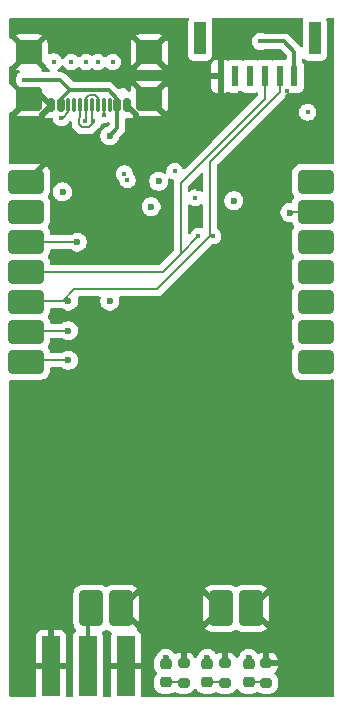
<source format=gbr>
%TF.GenerationSoftware,KiCad,Pcbnew,9.0.2*%
%TF.CreationDate,2025-06-18T22:14:32+09:00*%
%TF.ProjectId,LoRa_TM,4c6f5261-5f54-44d2-9e6b-696361645f70,rev?*%
%TF.SameCoordinates,Original*%
%TF.FileFunction,Copper,L1,Top*%
%TF.FilePolarity,Positive*%
%FSLAX46Y46*%
G04 Gerber Fmt 4.6, Leading zero omitted, Abs format (unit mm)*
G04 Created by KiCad (PCBNEW 9.0.2) date 2025-06-18 22:14:32*
%MOMM*%
%LPD*%
G01*
G04 APERTURE LIST*
G04 Aperture macros list*
%AMRoundRect*
0 Rectangle with rounded corners*
0 $1 Rounding radius*
0 $2 $3 $4 $5 $6 $7 $8 $9 X,Y pos of 4 corners*
0 Add a 4 corners polygon primitive as box body*
4,1,4,$2,$3,$4,$5,$6,$7,$8,$9,$2,$3,0*
0 Add four circle primitives for the rounded corners*
1,1,$1+$1,$2,$3*
1,1,$1+$1,$4,$5*
1,1,$1+$1,$6,$7*
1,1,$1+$1,$8,$9*
0 Add four rect primitives between the rounded corners*
20,1,$1+$1,$2,$3,$4,$5,0*
20,1,$1+$1,$4,$5,$6,$7,0*
20,1,$1+$1,$6,$7,$8,$9,0*
20,1,$1+$1,$8,$9,$2,$3,0*%
G04 Aperture macros list end*
%TA.AperFunction,SMDPad,CuDef*%
%ADD10RoundRect,0.218750X0.256250X-0.218750X0.256250X0.218750X-0.256250X0.218750X-0.256250X-0.218750X0*%
%TD*%
%TA.AperFunction,SMDPad,CuDef*%
%ADD11RoundRect,0.200000X0.275000X-0.200000X0.275000X0.200000X-0.275000X0.200000X-0.275000X-0.200000X0*%
%TD*%
%TA.AperFunction,SMDPad,CuDef*%
%ADD12R,0.600000X1.800000*%
%TD*%
%TA.AperFunction,SMDPad,CuDef*%
%ADD13R,1.000000X2.800000*%
%TD*%
%TA.AperFunction,SMDPad,CuDef*%
%ADD14RoundRect,0.250000X0.840000X0.750000X-0.840000X0.750000X-0.840000X-0.750000X0.840000X-0.750000X0*%
%TD*%
%TA.AperFunction,SMDPad,CuDef*%
%ADD15RoundRect,0.150000X0.150000X0.425000X-0.150000X0.425000X-0.150000X-0.425000X0.150000X-0.425000X0*%
%TD*%
%TA.AperFunction,SMDPad,CuDef*%
%ADD16RoundRect,0.075000X0.075000X0.500000X-0.075000X0.500000X-0.075000X-0.500000X0.075000X-0.500000X0*%
%TD*%
%TA.AperFunction,SMDPad,CuDef*%
%ADD17RoundRect,0.300000X-1.200000X-0.700000X1.200000X-0.700000X1.200000X0.700000X-1.200000X0.700000X0*%
%TD*%
%TA.AperFunction,SMDPad,CuDef*%
%ADD18RoundRect,0.300000X0.700000X-1.200000X0.700000X1.200000X-0.700000X1.200000X-0.700000X-1.200000X0*%
%TD*%
%TA.AperFunction,SMDPad,CuDef*%
%ADD19R,1.500000X5.080000*%
%TD*%
%TA.AperFunction,ViaPad*%
%ADD20C,0.600000*%
%TD*%
%TA.AperFunction,ViaPad*%
%ADD21C,0.400000*%
%TD*%
%TA.AperFunction,ViaPad*%
%ADD22C,0.450000*%
%TD*%
%TA.AperFunction,Conductor*%
%ADD23C,0.200000*%
%TD*%
%TA.AperFunction,Conductor*%
%ADD24C,0.342400*%
%TD*%
%TA.AperFunction,Conductor*%
%ADD25C,0.300000*%
%TD*%
G04 APERTURE END LIST*
D10*
%TO.P,D3,2,A*%
%TO.N,/LED_RX*%
X103058000Y-124938500D03*
%TO.P,D3,1,K*%
%TO.N,Net-(D3-K)*%
X103058000Y-126513500D03*
%TD*%
D11*
%TO.P,R12,1*%
%TO.N,Net-(D3-K)*%
X104558000Y-126551000D03*
%TO.P,R12,2*%
%TO.N,GND*%
X104558000Y-124901000D03*
%TD*%
%TO.P,R11,1*%
%TO.N,Net-(D2-K)*%
X108058000Y-126551000D03*
%TO.P,R11,2*%
%TO.N,GND*%
X108058000Y-124901000D03*
%TD*%
D12*
%TO.P,J5,6,Pin_6*%
%TO.N,GND*%
X104191000Y-75176000D03*
%TO.P,J5,5,Pin_5*%
%TO.N,unconnected-(J5-Pin_5-Pad5)*%
X105441000Y-75176000D03*
%TO.P,J5,4,Pin_4*%
%TO.N,unconnected-(J5-Pin_4-Pad4)*%
X106691000Y-75176000D03*
%TO.P,J5,3,Pin_3*%
%TO.N,/LoRa_TX*%
X107941000Y-75176000D03*
%TO.P,J5,2,Pin_2*%
%TO.N,/LoRa_RX*%
X109191000Y-75176000D03*
%TO.P,J5,1,Pin_1*%
%TO.N,+5V*%
X110441000Y-75176000D03*
D13*
%TO.P,J5,*%
%TO.N,*%
X102466000Y-71976000D03*
X112166000Y-71976000D03*
%TD*%
D11*
%TO.P,R13,2*%
%TO.N,GND*%
X101058000Y-124901000D03*
%TO.P,R13,1*%
%TO.N,Net-(D4-K)*%
X101058000Y-126551000D03*
%TD*%
D10*
%TO.P,D4,1,K*%
%TO.N,Net-(D4-K)*%
X99558000Y-126513500D03*
%TO.P,D4,2,A*%
%TO.N,/LED_ON*%
X99558000Y-124938500D03*
%TD*%
D14*
%TO.P,J2,S1,SHIELD*%
%TO.N,GND*%
X87948000Y-73151000D03*
X87948000Y-77081000D03*
X98168000Y-73151000D03*
X98168000Y-77081000D03*
D15*
%TO.P,J2,B12,GND*%
X96258000Y-77656000D03*
%TO.P,J2,B9,VBUS*%
%TO.N,VBUS*%
X95458000Y-77656000D03*
D16*
%TO.P,J2,B8*%
%TO.N,N/C*%
X94808000Y-77656000D03*
%TO.P,J2,B7,D-*%
%TO.N,/USB_CONN_D-*%
X93808000Y-77656000D03*
%TO.P,J2,B6,D+*%
%TO.N,/USB_CONN_D+*%
X92308000Y-77656000D03*
%TO.P,J2,B5,CC2*%
%TO.N,Net-(J2-CC2)*%
X91308000Y-77656000D03*
D15*
%TO.P,J2,B4,VBUS*%
%TO.N,VBUS*%
X90658000Y-77656000D03*
%TO.P,J2,B1,GND*%
%TO.N,GND*%
X89858000Y-77656000D03*
%TO.P,J2,A12,GND*%
X89858000Y-77656000D03*
%TO.P,J2,A9,VBUS*%
%TO.N,VBUS*%
X90658000Y-77656000D03*
D16*
%TO.P,J2,A8*%
%TO.N,N/C*%
X91808000Y-77656000D03*
%TO.P,J2,A7,D-*%
%TO.N,/USB_CONN_D-*%
X92808000Y-77656000D03*
%TO.P,J2,A6,D+*%
%TO.N,/USB_CONN_D+*%
X93308000Y-77656000D03*
%TO.P,J2,A5,CC1*%
%TO.N,Net-(J2-CC1)*%
X94308000Y-77656000D03*
D15*
%TO.P,J2,A4,VBUS*%
%TO.N,VBUS*%
X95458000Y-77656000D03*
%TO.P,J2,A1,GND*%
%TO.N,GND*%
X96258000Y-77656000D03*
%TD*%
D17*
%TO.P,U4,24,NC*%
%TO.N,unconnected-(U4-NC-Pad24)*%
X112250000Y-84130000D03*
%TO.P,U4,23,GND*%
%TO.N,Net-(R14-Pad2)*%
X112250000Y-86670000D03*
%TO.P,U4,22,RESET*%
%TO.N,unconnected-(U4-RESET-Pad22)*%
X112250000Y-89210000D03*
%TO.P,U4,21,NC*%
%TO.N,unconnected-(U4-NC-Pad21)*%
X112250000Y-91750000D03*
%TO.P,U4,20,NC*%
%TO.N,unconnected-(U4-NC-Pad20)*%
X112250000Y-94290000D03*
%TO.P,U4,19,NC*%
%TO.N,unconnected-(U4-NC-Pad19)*%
X112250000Y-96830000D03*
%TO.P,U4,18,NC*%
%TO.N,unconnected-(U4-NC-Pad18)*%
X112250000Y-99370000D03*
D18*
%TO.P,U4,14,GND*%
%TO.N,GND*%
X106770000Y-120250000D03*
%TO.P,U4,13,GND*%
X104230000Y-120250000D03*
%TO.P,U4,12,GND*%
X95770000Y-120250000D03*
%TO.P,U4,11,ANT*%
%TO.N,Net-(J3-In)*%
X93230000Y-120250000D03*
D17*
%TO.P,U4,7,M0*%
%TO.N,/LoRa_M0*%
X87750000Y-99370000D03*
%TO.P,U4,6,M1*%
%TO.N,/LoRa_M1*%
X87750000Y-96830000D03*
%TO.P,U4,5,RXD*%
%TO.N,/LoRa_RX*%
X87750000Y-94290000D03*
%TO.P,U4,4,TXD*%
%TO.N,/LoRa_TX*%
X87750000Y-91750000D03*
%TO.P,U4,3,AUX*%
%TO.N,/LoRa_AUX*%
X87750000Y-89210000D03*
%TO.P,U4,2,VCC*%
%TO.N,+5V*%
X87750000Y-86670000D03*
%TO.P,U4,1,GND*%
%TO.N,GND*%
X87750000Y-84130000D03*
%TD*%
D10*
%TO.P,D2,2,A*%
%TO.N,/LED_TX*%
X106558000Y-124938500D03*
%TO.P,D2,1,K*%
%TO.N,Net-(D2-K)*%
X106558000Y-126513500D03*
%TD*%
D19*
%TO.P,J3,2,Ext*%
%TO.N,GND*%
X89821000Y-125117500D03*
X96196000Y-125117500D03*
%TO.P,J3,1,In*%
%TO.N,Net-(J3-In)*%
X92946000Y-125117500D03*
%TD*%
D20*
%TO.N,/LoRa_RX*%
X91308000Y-94226000D03*
D21*
X103558000Y-88726000D03*
%TO.N,/LoRa_TX*%
X102308000Y-88726000D03*
D22*
%TO.N,+3.3V*%
X111558000Y-78226000D03*
D20*
%TO.N,GND*%
X89308000Y-78976000D03*
X108058000Y-124476000D03*
X104558000Y-124476000D03*
X101058000Y-124476000D03*
%TO.N,/LED_TX*%
X106558000Y-124476000D03*
%TO.N,/LED_RX*%
X103058000Y-124476000D03*
%TO.N,/LED_ON*%
X99558000Y-124476000D03*
%TO.N,/LoRa_M1*%
X98308000Y-86226000D03*
%TO.N,/LoRa_M0*%
X98958000Y-84076000D03*
D22*
%TO.N,/USB_CONN_D-*%
X92708000Y-78989590D03*
%TO.N,/USB_CONN_D+*%
X93408000Y-78989590D03*
%TO.N,GND*%
X102308000Y-84726000D03*
X102558000Y-87226000D03*
%TO.N,+5V*%
X107558000Y-72226000D03*
D21*
%TO.N,GND*%
X96908000Y-78576000D03*
%TO.N,/BOOT0*%
X100308000Y-83226000D03*
X95058000Y-73976000D03*
%TO.N,/NRST*%
X93808000Y-73976000D03*
X102058000Y-85476000D03*
%TO.N,/SWCLK*%
X92808000Y-73976000D03*
%TO.N,/SWDIO*%
X91558000Y-73976000D03*
%TO.N,/SWCLK*%
X96039671Y-83439341D03*
%TO.N,/SWDIO*%
X96308000Y-83976000D03*
D22*
%TO.N,GND*%
X105808000Y-77576000D03*
X105808000Y-76576000D03*
X105808000Y-77076000D03*
X109808000Y-76476000D03*
X109808000Y-76976000D03*
X109808000Y-77476000D03*
D20*
%TO.N,Net-(R14-Pad2)*%
X110058000Y-86726000D03*
%TO.N,GND*%
X94808000Y-96726000D03*
%TO.N,+3.3V*%
X94808000Y-94226000D03*
%TO.N,/LoRa_AUX*%
X92058000Y-89226000D03*
%TO.N,/LoRa_M1*%
X91308000Y-96726000D03*
%TO.N,/LoRa_M0*%
X91308000Y-99226000D03*
D22*
%TO.N,+5V*%
X88308000Y-85976000D03*
%TO.N,VBUS*%
X87558000Y-75476000D03*
D21*
%TO.N,Net-(J2-CC1)*%
X94308000Y-78476000D03*
%TO.N,Net-(J2-CC2)*%
X90716428Y-78731000D03*
D20*
%TO.N,VBUS*%
X94808000Y-80226000D03*
D22*
%TO.N,+3.3V*%
X90058000Y-73976000D03*
D20*
%TO.N,GND*%
X105308000Y-87226000D03*
%TO.N,+3.3V*%
X105308000Y-85726000D03*
%TO.N,GND*%
X90808000Y-87976000D03*
%TO.N,+3.3V*%
X90808000Y-84976000D03*
%TD*%
D23*
%TO.N,/LoRa_RX*%
X98808000Y-93226000D02*
X91808000Y-93226000D01*
X91808000Y-93226000D02*
X90808000Y-94226000D01*
X102808000Y-89226000D02*
X98808000Y-93226000D01*
X90808000Y-94226000D02*
X87814000Y-94226000D01*
X91308000Y-94226000D02*
X90808000Y-94226000D01*
X103308000Y-88726000D02*
X102808000Y-89226000D01*
X87814000Y-94226000D02*
X87750000Y-94290000D01*
X103308000Y-88726000D02*
X103308000Y-82426100D01*
X103308000Y-88726000D02*
X103459000Y-88575000D01*
X103308000Y-82426100D02*
X104033050Y-81701050D01*
X109191000Y-76543100D02*
X104033050Y-81701050D01*
%TO.N,/LoRa_TX*%
X107941000Y-77093000D02*
X103808000Y-81226000D01*
X103808000Y-81226000D02*
X100808000Y-84226000D01*
%TO.N,/LoRa_RX*%
X109191000Y-75176000D02*
X109191000Y-76543100D01*
%TO.N,/LoRa_TX*%
X107941000Y-75176000D02*
X107941000Y-77093000D01*
X100808000Y-84226000D02*
X100808000Y-90226000D01*
X100808000Y-90226000D02*
X102308000Y-88726000D01*
X99284000Y-91750000D02*
X100808000Y-90226000D01*
X87750000Y-91750000D02*
X99284000Y-91750000D01*
D24*
%TO.N,Net-(J3-In)*%
X92946000Y-125117500D02*
X92946000Y-120534000D01*
D23*
X92946000Y-120534000D02*
X93230000Y-120250000D01*
%TO.N,GND*%
X108058000Y-124901000D02*
X108058000Y-124476000D01*
X104558000Y-124901000D02*
X104558000Y-124476000D01*
X101058000Y-124901000D02*
X101058000Y-124476000D01*
%TO.N,Net-(D2-K)*%
X108020500Y-126513500D02*
X108058000Y-126551000D01*
X106558000Y-126513500D02*
X108020500Y-126513500D01*
%TO.N,Net-(D3-K)*%
X104520500Y-126513500D02*
X104558000Y-126551000D01*
X103058000Y-126513500D02*
X104520500Y-126513500D01*
%TO.N,Net-(D4-K)*%
X101020500Y-126513500D02*
X101058000Y-126551000D01*
X99558000Y-126513500D02*
X101020500Y-126513500D01*
%TO.N,/LED_TX*%
X106558000Y-124938500D02*
X106558000Y-124476000D01*
%TO.N,/LED_RX*%
X103058000Y-124938500D02*
X103058000Y-124476000D01*
%TO.N,/LED_ON*%
X99558000Y-124938500D02*
X99558000Y-124476000D01*
%TO.N,/USB_CONN_D+*%
X93408000Y-79126000D02*
X93408000Y-78989590D01*
X92182000Y-78771713D02*
X92182000Y-79207467D01*
X92308000Y-78645713D02*
X92182000Y-78771713D01*
X92490123Y-79515590D02*
X93018410Y-79515590D01*
X93018410Y-79515590D02*
X93408000Y-79126000D01*
X92308000Y-77656000D02*
X92308000Y-78645713D01*
X92182000Y-79207467D02*
X92490123Y-79515590D01*
%TO.N,/USB_CONN_D-*%
X92832999Y-78864591D02*
X92708000Y-78989590D01*
%TO.N,/USB_CONN_D+*%
X93283001Y-77680999D02*
X93283001Y-78864591D01*
X93283001Y-78864591D02*
X93408000Y-78989590D01*
%TO.N,/USB_CONN_D-*%
X92832999Y-77680999D02*
X92832999Y-78864591D01*
D25*
%TO.N,+5V*%
X107558000Y-72226000D02*
X109558000Y-72226000D01*
X109558000Y-72226000D02*
X110441000Y-73109000D01*
X110441000Y-73109000D02*
X110441000Y-75176000D01*
D23*
%TO.N,Net-(R14-Pad2)*%
X110058000Y-86726000D02*
X110114000Y-86670000D01*
X110114000Y-86670000D02*
X112250000Y-86670000D01*
%TO.N,/LoRa_AUX*%
X92042000Y-89210000D02*
X92058000Y-89226000D01*
X87750000Y-89210000D02*
X92042000Y-89210000D01*
%TO.N,/LoRa_M0*%
X91308000Y-99226000D02*
X87894000Y-99226000D01*
X87894000Y-99226000D02*
X87750000Y-99370000D01*
%TO.N,/LoRa_M1*%
X87854000Y-96726000D02*
X87750000Y-96830000D01*
X91308000Y-96726000D02*
X87854000Y-96726000D01*
D25*
%TO.N,VBUS*%
X90602000Y-75476000D02*
X87558000Y-75476000D01*
X91455000Y-76329000D02*
X90602000Y-75476000D01*
D23*
%TO.N,Net-(J2-CC1)*%
X94308000Y-78476000D02*
X94308000Y-77656000D01*
D25*
%TO.N,VBUS*%
X95458000Y-79576000D02*
X94808000Y-80226000D01*
X95458000Y-77656000D02*
X95458000Y-79576000D01*
D23*
%TO.N,/USB_CONN_D+*%
X92308000Y-77656000D02*
X92308000Y-78264824D01*
%TO.N,/USB_CONN_D-*%
X92808000Y-77047176D02*
X92808000Y-77656000D01*
X93540824Y-76780000D02*
X93075176Y-76780000D01*
X93808000Y-77656000D02*
X93808000Y-77047176D01*
X93808000Y-77047176D02*
X93540824Y-76780000D01*
X93075176Y-76780000D02*
X92808000Y-77047176D01*
D25*
%TO.N,VBUS*%
X95458000Y-77081001D02*
X95458000Y-77656000D01*
X90658000Y-77126000D02*
X91455000Y-76329000D01*
X94705999Y-76329000D02*
X95458000Y-77081001D01*
X90658000Y-77656000D02*
X90658000Y-77126000D01*
X91455000Y-76329000D02*
X94705999Y-76329000D01*
D23*
%TO.N,/USB_CONN_D+*%
X93308000Y-77656000D02*
X93283001Y-77680999D01*
%TO.N,/USB_CONN_D-*%
X92808000Y-77656000D02*
X92832999Y-77680999D01*
%TO.N,Net-(J2-CC2)*%
X90716428Y-78731000D02*
X90807999Y-78731000D01*
X90807999Y-78731000D02*
X91308000Y-78230999D01*
X91308000Y-78230999D02*
X91308000Y-77656000D01*
%TD*%
%TA.AperFunction,Conductor*%
%TO.N,GND*%
G36*
X113751039Y-70245685D02*
G01*
X113796794Y-70298489D01*
X113808000Y-70350000D01*
X113808000Y-82532415D01*
X113788315Y-82599454D01*
X113735511Y-82645209D01*
X113666353Y-82655153D01*
X113643047Y-82649457D01*
X113629261Y-82644633D01*
X113629249Y-82644630D01*
X113494960Y-82629500D01*
X113494954Y-82629500D01*
X111005046Y-82629500D01*
X111005039Y-82629500D01*
X110870750Y-82644630D01*
X110870745Y-82644631D01*
X110700476Y-82704211D01*
X110547737Y-82800184D01*
X110420184Y-82927737D01*
X110324211Y-83080476D01*
X110264631Y-83250745D01*
X110264630Y-83250750D01*
X110249500Y-83385039D01*
X110249500Y-84874960D01*
X110264630Y-85009249D01*
X110264631Y-85009254D01*
X110324211Y-85179523D01*
X110421293Y-85334028D01*
X110440293Y-85401265D01*
X110421293Y-85465972D01*
X110324211Y-85620476D01*
X110264631Y-85790745D01*
X110264631Y-85790748D01*
X110261855Y-85815385D01*
X110234788Y-85879798D01*
X110177193Y-85919353D01*
X110138635Y-85925500D01*
X109979155Y-85925500D01*
X109824510Y-85956261D01*
X109824498Y-85956264D01*
X109678827Y-86016602D01*
X109678814Y-86016609D01*
X109547711Y-86104210D01*
X109547707Y-86104213D01*
X109436213Y-86215707D01*
X109436210Y-86215711D01*
X109348609Y-86346814D01*
X109348602Y-86346827D01*
X109288264Y-86492498D01*
X109288261Y-86492510D01*
X109257500Y-86647153D01*
X109257500Y-86804846D01*
X109288261Y-86959489D01*
X109288264Y-86959501D01*
X109348602Y-87105172D01*
X109348609Y-87105185D01*
X109436210Y-87236288D01*
X109436213Y-87236292D01*
X109547707Y-87347786D01*
X109547711Y-87347789D01*
X109678814Y-87435390D01*
X109678827Y-87435397D01*
X109824498Y-87495735D01*
X109824503Y-87495737D01*
X109979153Y-87526499D01*
X109979156Y-87526500D01*
X109979158Y-87526500D01*
X110136843Y-87526500D01*
X110143211Y-87525233D01*
X110212803Y-87531457D01*
X110267982Y-87574317D01*
X110284449Y-87605894D01*
X110324209Y-87719519D01*
X110421293Y-87874028D01*
X110440293Y-87941265D01*
X110421293Y-88005972D01*
X110324211Y-88160476D01*
X110264631Y-88330745D01*
X110264630Y-88330750D01*
X110249500Y-88465039D01*
X110249500Y-89954960D01*
X110264630Y-90089249D01*
X110264631Y-90089254D01*
X110324211Y-90259523D01*
X110421293Y-90414028D01*
X110440293Y-90481265D01*
X110421293Y-90545972D01*
X110324211Y-90700476D01*
X110264631Y-90870745D01*
X110264630Y-90870750D01*
X110249500Y-91005039D01*
X110249500Y-92494960D01*
X110264630Y-92629249D01*
X110264631Y-92629254D01*
X110324211Y-92799523D01*
X110421293Y-92954028D01*
X110440293Y-93021265D01*
X110421293Y-93085972D01*
X110324211Y-93240476D01*
X110264631Y-93410745D01*
X110264630Y-93410750D01*
X110249500Y-93545039D01*
X110249500Y-95034960D01*
X110264630Y-95169249D01*
X110264631Y-95169254D01*
X110324211Y-95339523D01*
X110421293Y-95494028D01*
X110440293Y-95561265D01*
X110421293Y-95625972D01*
X110324211Y-95780476D01*
X110264631Y-95950745D01*
X110264630Y-95950750D01*
X110249500Y-96085039D01*
X110249500Y-97574960D01*
X110264630Y-97709249D01*
X110264631Y-97709254D01*
X110324211Y-97879523D01*
X110421293Y-98034028D01*
X110440293Y-98101265D01*
X110421293Y-98165972D01*
X110324211Y-98320476D01*
X110264631Y-98490745D01*
X110264630Y-98490750D01*
X110249500Y-98625039D01*
X110249500Y-100114960D01*
X110264630Y-100249249D01*
X110264631Y-100249254D01*
X110324211Y-100419523D01*
X110407500Y-100552075D01*
X110420184Y-100572262D01*
X110547738Y-100699816D01*
X110700478Y-100795789D01*
X110856959Y-100850544D01*
X110870745Y-100855368D01*
X110870750Y-100855369D01*
X110945883Y-100863834D01*
X111005040Y-100870499D01*
X111005043Y-100870500D01*
X111005046Y-100870500D01*
X113494957Y-100870500D01*
X113494958Y-100870499D01*
X113562104Y-100862934D01*
X113629249Y-100855369D01*
X113629251Y-100855368D01*
X113629255Y-100855368D01*
X113635767Y-100853089D01*
X113643042Y-100850544D01*
X113712821Y-100846980D01*
X113773449Y-100881707D01*
X113805678Y-100943699D01*
X113808000Y-100967584D01*
X113808000Y-127602000D01*
X113788315Y-127669039D01*
X113735511Y-127714794D01*
X113684000Y-127726000D01*
X97570000Y-127726000D01*
X97502961Y-127706315D01*
X97457206Y-127653511D01*
X97446000Y-127602000D01*
X97446000Y-125367500D01*
X94946000Y-125367500D01*
X94946000Y-127602000D01*
X94926315Y-127669039D01*
X94873511Y-127714794D01*
X94822000Y-127726000D01*
X94320500Y-127726000D01*
X94253461Y-127706315D01*
X94207706Y-127653511D01*
X94196500Y-127602000D01*
X94196499Y-122529629D01*
X94196498Y-122529623D01*
X94196497Y-122529616D01*
X94190091Y-122470017D01*
X94163597Y-122398984D01*
X94147570Y-122356012D01*
X94142586Y-122286320D01*
X94176071Y-122224997D01*
X94222798Y-122195637D01*
X94279522Y-122175789D01*
X94432262Y-122079816D01*
X94432262Y-122079815D01*
X94434498Y-122078411D01*
X94501735Y-122059411D01*
X94566442Y-122078411D01*
X94720698Y-122175336D01*
X94897429Y-122237177D01*
X94896975Y-122238472D01*
X94951312Y-122268856D01*
X94984178Y-122330513D01*
X94978935Y-122398984D01*
X94952403Y-122470119D01*
X94952401Y-122470127D01*
X94946000Y-122529655D01*
X94946000Y-124867500D01*
X97446000Y-124867500D01*
X97446000Y-124671818D01*
X98582500Y-124671818D01*
X98582500Y-125205181D01*
X98592563Y-125303683D01*
X98645450Y-125463284D01*
X98645455Y-125463295D01*
X98733716Y-125606387D01*
X98733719Y-125606391D01*
X98765647Y-125638319D01*
X98799132Y-125699642D01*
X98794148Y-125769334D01*
X98765647Y-125813681D01*
X98733719Y-125845608D01*
X98733716Y-125845612D01*
X98645455Y-125988704D01*
X98645450Y-125988715D01*
X98626234Y-126046707D01*
X98592564Y-126148315D01*
X98592564Y-126148316D01*
X98592563Y-126148316D01*
X98582500Y-126246818D01*
X98582500Y-126780181D01*
X98592563Y-126878683D01*
X98645450Y-127038284D01*
X98645455Y-127038295D01*
X98733716Y-127181387D01*
X98733719Y-127181391D01*
X98852608Y-127300280D01*
X98852612Y-127300283D01*
X98995704Y-127388544D01*
X98995707Y-127388545D01*
X98995713Y-127388549D01*
X99155315Y-127441436D01*
X99253826Y-127451500D01*
X99253831Y-127451500D01*
X99862169Y-127451500D01*
X99862174Y-127451500D01*
X99960685Y-127441436D01*
X100120287Y-127388549D01*
X100235664Y-127317383D01*
X100303053Y-127298943D01*
X100364906Y-127316804D01*
X100493394Y-127394478D01*
X100655804Y-127445086D01*
X100726384Y-127451500D01*
X100726387Y-127451500D01*
X101389613Y-127451500D01*
X101389616Y-127451500D01*
X101460196Y-127445086D01*
X101622606Y-127394478D01*
X101768185Y-127306472D01*
X101888472Y-127186185D01*
X101955771Y-127074858D01*
X102007298Y-127027672D01*
X102076157Y-127015834D01*
X102140486Y-127043103D01*
X102167425Y-127073913D01*
X102233716Y-127181387D01*
X102233719Y-127181391D01*
X102352608Y-127300280D01*
X102352612Y-127300283D01*
X102495704Y-127388544D01*
X102495707Y-127388545D01*
X102495713Y-127388549D01*
X102655315Y-127441436D01*
X102753826Y-127451500D01*
X102753831Y-127451500D01*
X103362169Y-127451500D01*
X103362174Y-127451500D01*
X103460685Y-127441436D01*
X103620287Y-127388549D01*
X103735664Y-127317383D01*
X103803053Y-127298943D01*
X103864906Y-127316804D01*
X103993394Y-127394478D01*
X104155804Y-127445086D01*
X104226384Y-127451500D01*
X104226387Y-127451500D01*
X104889613Y-127451500D01*
X104889616Y-127451500D01*
X104960196Y-127445086D01*
X105122606Y-127394478D01*
X105268185Y-127306472D01*
X105388472Y-127186185D01*
X105455771Y-127074858D01*
X105507298Y-127027672D01*
X105576157Y-127015834D01*
X105640486Y-127043103D01*
X105667425Y-127073913D01*
X105733716Y-127181387D01*
X105733719Y-127181391D01*
X105852608Y-127300280D01*
X105852612Y-127300283D01*
X105995704Y-127388544D01*
X105995707Y-127388545D01*
X105995713Y-127388549D01*
X106155315Y-127441436D01*
X106253826Y-127451500D01*
X106253831Y-127451500D01*
X106862169Y-127451500D01*
X106862174Y-127451500D01*
X106960685Y-127441436D01*
X107120287Y-127388549D01*
X107235664Y-127317383D01*
X107303053Y-127298943D01*
X107364906Y-127316804D01*
X107493394Y-127394478D01*
X107655804Y-127445086D01*
X107726384Y-127451500D01*
X107726387Y-127451500D01*
X108389613Y-127451500D01*
X108389616Y-127451500D01*
X108460196Y-127445086D01*
X108622606Y-127394478D01*
X108768185Y-127306472D01*
X108888472Y-127186185D01*
X108976478Y-127040606D01*
X109027086Y-126878196D01*
X109033500Y-126807616D01*
X109033500Y-126294384D01*
X109027086Y-126223804D01*
X108976478Y-126061394D01*
X108888472Y-125915815D01*
X108888470Y-125915813D01*
X108888469Y-125915811D01*
X108785984Y-125813326D01*
X108752499Y-125752003D01*
X108757483Y-125682311D01*
X108785985Y-125637963D01*
X108888071Y-125535878D01*
X108888072Y-125535877D01*
X108976019Y-125390395D01*
X109026590Y-125228106D01*
X109033000Y-125157572D01*
X109033000Y-125151000D01*
X108182000Y-125151000D01*
X108114961Y-125131315D01*
X108069206Y-125078511D01*
X108058000Y-125027000D01*
X108058000Y-124901000D01*
X107932000Y-124901000D01*
X107864961Y-124881315D01*
X107819206Y-124828511D01*
X107808000Y-124777000D01*
X107808000Y-124651000D01*
X108308000Y-124651000D01*
X109032999Y-124651000D01*
X109032999Y-124644417D01*
X109026591Y-124573897D01*
X109026590Y-124573892D01*
X108976018Y-124411603D01*
X108888072Y-124266122D01*
X108767877Y-124145927D01*
X108622395Y-124057980D01*
X108622396Y-124057980D01*
X108460105Y-124007409D01*
X108460106Y-124007409D01*
X108389572Y-124001000D01*
X108308000Y-124001000D01*
X108308000Y-124651000D01*
X107808000Y-124651000D01*
X107808000Y-124001000D01*
X107807999Y-124000999D01*
X107726417Y-124001000D01*
X107655897Y-124007408D01*
X107655892Y-124007409D01*
X107493601Y-124057981D01*
X107493599Y-124057982D01*
X107415405Y-124105252D01*
X107347850Y-124123088D01*
X107281377Y-124101570D01*
X107248154Y-124068026D01*
X107179789Y-123965711D01*
X107179786Y-123965707D01*
X107068292Y-123854213D01*
X107068288Y-123854210D01*
X106937185Y-123766609D01*
X106937172Y-123766602D01*
X106791501Y-123706264D01*
X106791489Y-123706261D01*
X106636845Y-123675500D01*
X106636842Y-123675500D01*
X106479158Y-123675500D01*
X106479155Y-123675500D01*
X106324510Y-123706261D01*
X106324498Y-123706264D01*
X106178827Y-123766602D01*
X106178814Y-123766609D01*
X106047711Y-123854210D01*
X106047707Y-123854213D01*
X105936213Y-123965707D01*
X105936210Y-123965711D01*
X105848609Y-124096814D01*
X105848606Y-124096821D01*
X105816395Y-124174583D01*
X105800909Y-124201695D01*
X105795666Y-124208660D01*
X105733719Y-124270609D01*
X105664124Y-124383438D01*
X105660666Y-124388034D01*
X105637064Y-124405607D01*
X105615181Y-124425290D01*
X105609357Y-124426237D01*
X105604625Y-124429761D01*
X105575263Y-124431784D01*
X105546218Y-124436511D01*
X105540807Y-124434160D01*
X105534920Y-124434566D01*
X105509121Y-124420392D01*
X105482136Y-124408667D01*
X105477095Y-124402797D01*
X105473684Y-124400923D01*
X105470588Y-124395219D01*
X105455474Y-124377618D01*
X105388072Y-124266122D01*
X105267877Y-124145927D01*
X105122395Y-124057980D01*
X105122396Y-124057980D01*
X104960105Y-124007409D01*
X104960106Y-124007409D01*
X104889572Y-124001000D01*
X104808000Y-124001000D01*
X104808000Y-124777000D01*
X104788315Y-124844039D01*
X104735511Y-124889794D01*
X104684000Y-124901000D01*
X104432000Y-124901000D01*
X104364961Y-124881315D01*
X104319206Y-124828511D01*
X104308000Y-124777000D01*
X104308000Y-124001000D01*
X104307999Y-124000999D01*
X104226417Y-124001000D01*
X104155897Y-124007408D01*
X104155892Y-124007409D01*
X103993601Y-124057981D01*
X103993599Y-124057982D01*
X103915405Y-124105252D01*
X103847850Y-124123088D01*
X103781377Y-124101570D01*
X103748154Y-124068026D01*
X103679789Y-123965711D01*
X103679786Y-123965707D01*
X103568292Y-123854213D01*
X103568288Y-123854210D01*
X103437185Y-123766609D01*
X103437172Y-123766602D01*
X103291501Y-123706264D01*
X103291489Y-123706261D01*
X103136845Y-123675500D01*
X103136842Y-123675500D01*
X102979158Y-123675500D01*
X102979155Y-123675500D01*
X102824510Y-123706261D01*
X102824498Y-123706264D01*
X102678827Y-123766602D01*
X102678814Y-123766609D01*
X102547711Y-123854210D01*
X102547707Y-123854213D01*
X102436213Y-123965707D01*
X102436210Y-123965711D01*
X102348609Y-124096814D01*
X102348606Y-124096821D01*
X102316395Y-124174583D01*
X102300909Y-124201695D01*
X102295666Y-124208660D01*
X102233719Y-124270609D01*
X102164124Y-124383438D01*
X102160666Y-124388034D01*
X102137064Y-124405607D01*
X102115181Y-124425290D01*
X102109357Y-124426237D01*
X102104625Y-124429761D01*
X102075263Y-124431784D01*
X102046218Y-124436511D01*
X102040807Y-124434160D01*
X102034920Y-124434566D01*
X102009121Y-124420392D01*
X101982136Y-124408667D01*
X101977095Y-124402797D01*
X101973684Y-124400923D01*
X101970588Y-124395219D01*
X101955474Y-124377618D01*
X101888072Y-124266122D01*
X101767877Y-124145927D01*
X101622395Y-124057980D01*
X101622396Y-124057980D01*
X101460105Y-124007409D01*
X101460106Y-124007409D01*
X101389572Y-124001000D01*
X101308000Y-124001000D01*
X101308000Y-124777000D01*
X101288315Y-124844039D01*
X101235511Y-124889794D01*
X101184000Y-124901000D01*
X100932000Y-124901000D01*
X100864961Y-124881315D01*
X100819206Y-124828511D01*
X100808000Y-124777000D01*
X100808000Y-124001000D01*
X100807999Y-124000999D01*
X100726417Y-124001000D01*
X100655897Y-124007408D01*
X100655892Y-124007409D01*
X100493601Y-124057981D01*
X100493599Y-124057982D01*
X100415405Y-124105252D01*
X100347850Y-124123088D01*
X100281377Y-124101570D01*
X100248154Y-124068026D01*
X100179789Y-123965711D01*
X100179786Y-123965707D01*
X100068292Y-123854213D01*
X100068288Y-123854210D01*
X99937185Y-123766609D01*
X99937172Y-123766602D01*
X99791501Y-123706264D01*
X99791489Y-123706261D01*
X99636845Y-123675500D01*
X99636842Y-123675500D01*
X99479158Y-123675500D01*
X99479155Y-123675500D01*
X99324510Y-123706261D01*
X99324498Y-123706264D01*
X99178827Y-123766602D01*
X99178814Y-123766609D01*
X99047711Y-123854210D01*
X99047707Y-123854213D01*
X98936213Y-123965707D01*
X98936210Y-123965711D01*
X98848609Y-124096814D01*
X98848606Y-124096821D01*
X98816395Y-124174583D01*
X98789517Y-124214808D01*
X98733720Y-124270607D01*
X98733716Y-124270612D01*
X98645455Y-124413704D01*
X98645450Y-124413715D01*
X98638541Y-124434566D01*
X98592564Y-124573315D01*
X98592564Y-124573316D01*
X98592563Y-124573316D01*
X98582500Y-124671818D01*
X97446000Y-124671818D01*
X97446000Y-122529672D01*
X97445999Y-122529655D01*
X97439598Y-122470127D01*
X97439596Y-122470120D01*
X97389354Y-122335413D01*
X97389350Y-122335406D01*
X97303190Y-122220312D01*
X97303187Y-122220309D01*
X97188093Y-122134149D01*
X97188083Y-122134144D01*
X97166185Y-122125976D01*
X97110252Y-122084104D01*
X97085836Y-122018639D01*
X97100689Y-121950367D01*
X97104527Y-121943822D01*
X97106743Y-121940294D01*
X95680905Y-120514456D01*
X95647420Y-120453133D01*
X95652404Y-120383441D01*
X95680905Y-120339093D01*
X95769999Y-120249999D01*
X96123552Y-120249999D01*
X96123552Y-120250000D01*
X97269999Y-121396448D01*
X102730000Y-121396448D01*
X103876448Y-120250000D01*
X103876448Y-120249999D01*
X102730000Y-119103551D01*
X102730000Y-121396448D01*
X97269999Y-121396448D01*
X97270000Y-121396447D01*
X97270000Y-119103552D01*
X97269999Y-119103551D01*
X96123552Y-120249999D01*
X95769999Y-120249999D01*
X95680905Y-120160905D01*
X95647420Y-120099582D01*
X95652404Y-120029890D01*
X95680905Y-119985543D01*
X97106743Y-118559704D01*
X97106743Y-118559702D01*
X102893255Y-118559702D01*
X102893255Y-118559703D01*
X104319095Y-119985543D01*
X104352580Y-120046866D01*
X104347596Y-120116558D01*
X104319095Y-120160905D01*
X104230000Y-120250000D01*
X104319094Y-120339094D01*
X104352579Y-120400417D01*
X104347595Y-120470109D01*
X104319094Y-120514456D01*
X102893255Y-121940295D01*
X102893255Y-121940296D01*
X102900577Y-121951948D01*
X103028053Y-122079423D01*
X103180698Y-122175336D01*
X103350858Y-122234877D01*
X103485069Y-122249999D01*
X103485070Y-122250000D01*
X104974930Y-122250000D01*
X104974930Y-122249999D01*
X105109141Y-122234877D01*
X105279301Y-122175336D01*
X105434028Y-122078115D01*
X105501264Y-122059115D01*
X105565972Y-122078115D01*
X105720698Y-122175336D01*
X105890858Y-122234877D01*
X106025069Y-122249999D01*
X106025070Y-122250000D01*
X107514930Y-122250000D01*
X107514930Y-122249999D01*
X107649141Y-122234877D01*
X107819301Y-122175336D01*
X107971946Y-122079423D01*
X108099420Y-121951950D01*
X108099423Y-121951947D01*
X108106744Y-121940295D01*
X106680905Y-120514456D01*
X106647420Y-120453133D01*
X106652404Y-120383441D01*
X106680905Y-120339093D01*
X106769999Y-120249999D01*
X107123552Y-120249999D01*
X107123552Y-120250000D01*
X108269999Y-121396448D01*
X108270000Y-121396447D01*
X108270000Y-119103552D01*
X108269999Y-119103551D01*
X107123552Y-120249999D01*
X106769999Y-120249999D01*
X106680905Y-120160905D01*
X106647420Y-120099582D01*
X106652404Y-120029890D01*
X106680905Y-119985543D01*
X108106743Y-118559704D01*
X108106743Y-118559702D01*
X108099423Y-118548053D01*
X108099420Y-118548049D01*
X107971948Y-118420577D01*
X107819301Y-118324663D01*
X107649141Y-118265122D01*
X107514930Y-118250000D01*
X106025070Y-118250000D01*
X105890858Y-118265122D01*
X105720698Y-118324663D01*
X105565972Y-118421884D01*
X105498735Y-118440884D01*
X105434028Y-118421884D01*
X105279301Y-118324663D01*
X105109141Y-118265122D01*
X104974930Y-118250000D01*
X103485070Y-118250000D01*
X103350858Y-118265122D01*
X103180698Y-118324663D01*
X103028053Y-118420576D01*
X102900576Y-118548052D01*
X102893255Y-118559702D01*
X97106743Y-118559702D01*
X97099423Y-118548053D01*
X97099420Y-118548049D01*
X96971948Y-118420577D01*
X96819301Y-118324663D01*
X96649141Y-118265122D01*
X96514930Y-118250000D01*
X95025070Y-118250000D01*
X94890858Y-118265122D01*
X94720698Y-118324663D01*
X94566441Y-118421589D01*
X94499204Y-118440589D01*
X94434497Y-118421588D01*
X94279526Y-118324212D01*
X94109254Y-118264631D01*
X94109249Y-118264630D01*
X93974960Y-118249500D01*
X93974954Y-118249500D01*
X92485046Y-118249500D01*
X92485039Y-118249500D01*
X92350750Y-118264630D01*
X92350745Y-118264631D01*
X92180476Y-118324211D01*
X92027737Y-118420184D01*
X91900184Y-118547737D01*
X91804211Y-118700476D01*
X91744631Y-118870745D01*
X91744630Y-118870750D01*
X91729500Y-119005039D01*
X91729500Y-121494960D01*
X91744630Y-121629249D01*
X91744631Y-121629254D01*
X91804211Y-121799523D01*
X91872348Y-121907961D01*
X91900184Y-121952262D01*
X91925658Y-121977736D01*
X91959142Y-122039060D01*
X91954156Y-122108751D01*
X91912287Y-122164682D01*
X91838452Y-122219955D01*
X91752206Y-122335164D01*
X91752202Y-122335171D01*
X91701908Y-122470017D01*
X91695501Y-122529616D01*
X91695500Y-122529627D01*
X91695500Y-125078511D01*
X91695501Y-127602000D01*
X91675816Y-127669039D01*
X91623012Y-127714794D01*
X91571501Y-127726000D01*
X91195000Y-127726000D01*
X91127961Y-127706315D01*
X91082206Y-127653511D01*
X91071000Y-127602000D01*
X91071000Y-125367500D01*
X88571000Y-125367500D01*
X88571000Y-127602000D01*
X88551315Y-127669039D01*
X88498511Y-127714794D01*
X88447000Y-127726000D01*
X86432000Y-127726000D01*
X86364961Y-127706315D01*
X86319206Y-127653511D01*
X86308000Y-127602000D01*
X86308000Y-122529655D01*
X88571000Y-122529655D01*
X88571000Y-124867500D01*
X89571000Y-124867500D01*
X90071000Y-124867500D01*
X91071000Y-124867500D01*
X91071000Y-122529672D01*
X91070999Y-122529655D01*
X91064598Y-122470127D01*
X91064596Y-122470120D01*
X91014354Y-122335413D01*
X91014350Y-122335406D01*
X90928190Y-122220312D01*
X90928187Y-122220309D01*
X90813093Y-122134149D01*
X90813086Y-122134145D01*
X90678379Y-122083903D01*
X90678372Y-122083901D01*
X90618844Y-122077500D01*
X90071000Y-122077500D01*
X90071000Y-124867500D01*
X89571000Y-124867500D01*
X89571000Y-122077500D01*
X89023155Y-122077500D01*
X88963627Y-122083901D01*
X88963620Y-122083903D01*
X88828913Y-122134145D01*
X88828906Y-122134149D01*
X88713812Y-122220309D01*
X88713809Y-122220312D01*
X88627649Y-122335406D01*
X88627645Y-122335413D01*
X88577403Y-122470120D01*
X88577401Y-122470127D01*
X88571000Y-122529655D01*
X86308000Y-122529655D01*
X86308000Y-100987054D01*
X86327685Y-100920015D01*
X86380489Y-100874260D01*
X86445883Y-100863834D01*
X86505042Y-100870499D01*
X86505043Y-100870500D01*
X86505046Y-100870500D01*
X88994957Y-100870500D01*
X88994958Y-100870499D01*
X89062104Y-100862934D01*
X89129249Y-100855369D01*
X89129252Y-100855368D01*
X89129255Y-100855368D01*
X89299522Y-100795789D01*
X89452262Y-100699816D01*
X89579816Y-100572262D01*
X89675789Y-100419522D01*
X89735368Y-100249255D01*
X89750500Y-100114954D01*
X89750500Y-99950500D01*
X89770185Y-99883461D01*
X89822989Y-99837706D01*
X89874500Y-99826500D01*
X90728234Y-99826500D01*
X90795273Y-99846185D01*
X90797125Y-99847398D01*
X90928814Y-99935390D01*
X90928827Y-99935397D01*
X91074498Y-99995735D01*
X91074503Y-99995737D01*
X91229153Y-100026499D01*
X91229156Y-100026500D01*
X91229158Y-100026500D01*
X91386844Y-100026500D01*
X91386845Y-100026499D01*
X91541497Y-99995737D01*
X91687179Y-99935394D01*
X91818289Y-99847789D01*
X91929789Y-99736289D01*
X92017394Y-99605179D01*
X92077737Y-99459497D01*
X92108500Y-99304842D01*
X92108500Y-99147158D01*
X92108500Y-99147155D01*
X92108499Y-99147153D01*
X92077738Y-98992510D01*
X92077737Y-98992503D01*
X92077735Y-98992498D01*
X92017397Y-98846827D01*
X92017390Y-98846814D01*
X91929789Y-98715711D01*
X91929786Y-98715707D01*
X91818292Y-98604213D01*
X91818288Y-98604210D01*
X91687185Y-98516609D01*
X91687172Y-98516602D01*
X91541501Y-98456264D01*
X91541489Y-98456261D01*
X91386845Y-98425500D01*
X91386842Y-98425500D01*
X91229158Y-98425500D01*
X91229155Y-98425500D01*
X91074510Y-98456261D01*
X91074498Y-98456264D01*
X90928827Y-98516602D01*
X90928814Y-98516609D01*
X90797125Y-98604602D01*
X90730447Y-98625480D01*
X90728234Y-98625500D01*
X89861365Y-98625500D01*
X89794326Y-98605815D01*
X89748571Y-98553011D01*
X89738145Y-98515385D01*
X89736226Y-98498367D01*
X89735368Y-98490745D01*
X89675789Y-98320478D01*
X89579816Y-98167738D01*
X89579815Y-98167737D01*
X89578706Y-98165972D01*
X89559706Y-98098736D01*
X89578706Y-98034028D01*
X89592500Y-98012075D01*
X89675789Y-97879522D01*
X89735368Y-97709255D01*
X89750500Y-97574954D01*
X89750500Y-97450500D01*
X89770185Y-97383461D01*
X89822989Y-97337706D01*
X89874500Y-97326500D01*
X90728234Y-97326500D01*
X90795273Y-97346185D01*
X90797125Y-97347398D01*
X90928814Y-97435390D01*
X90928827Y-97435397D01*
X91074498Y-97495735D01*
X91074503Y-97495737D01*
X91229153Y-97526499D01*
X91229156Y-97526500D01*
X91229158Y-97526500D01*
X91386844Y-97526500D01*
X91386845Y-97526499D01*
X91541497Y-97495737D01*
X91687179Y-97435394D01*
X91818289Y-97347789D01*
X91929789Y-97236289D01*
X92017394Y-97105179D01*
X92077737Y-96959497D01*
X92108500Y-96804842D01*
X92108500Y-96647158D01*
X92108500Y-96647155D01*
X92108499Y-96647153D01*
X92077738Y-96492510D01*
X92077737Y-96492503D01*
X92077735Y-96492498D01*
X92017397Y-96346827D01*
X92017390Y-96346814D01*
X91929789Y-96215711D01*
X91929786Y-96215707D01*
X91818292Y-96104213D01*
X91818288Y-96104210D01*
X91687185Y-96016609D01*
X91687172Y-96016602D01*
X91541501Y-95956264D01*
X91541489Y-95956261D01*
X91386845Y-95925500D01*
X91386842Y-95925500D01*
X91229158Y-95925500D01*
X91229155Y-95925500D01*
X91074510Y-95956261D01*
X91074498Y-95956264D01*
X90928827Y-96016602D01*
X90928814Y-96016609D01*
X90797125Y-96104602D01*
X90730447Y-96125480D01*
X90728234Y-96125500D01*
X89865872Y-96125500D01*
X89798833Y-96105815D01*
X89753078Y-96053011D01*
X89742652Y-96015384D01*
X89735369Y-95950749D01*
X89735368Y-95950745D01*
X89726534Y-95925500D01*
X89675789Y-95780478D01*
X89579816Y-95627738D01*
X89579815Y-95627737D01*
X89578706Y-95625972D01*
X89559706Y-95558736D01*
X89578706Y-95494028D01*
X89592500Y-95472075D01*
X89675789Y-95339522D01*
X89735368Y-95169255D01*
X89750500Y-95034954D01*
X89750500Y-94950500D01*
X89770185Y-94883461D01*
X89822989Y-94837706D01*
X89874500Y-94826500D01*
X90721349Y-94826500D01*
X90728254Y-94826501D01*
X90732632Y-94827787D01*
X90736711Y-94827458D01*
X90736719Y-94827459D01*
X90736534Y-94828933D01*
X90765211Y-94837358D01*
X90795275Y-94846186D01*
X90795286Y-94846193D01*
X90795291Y-94846195D01*
X90795293Y-94846198D01*
X90797127Y-94847399D01*
X90928814Y-94935390D01*
X90928827Y-94935397D01*
X91074498Y-94995735D01*
X91074503Y-94995737D01*
X91229153Y-95026499D01*
X91229156Y-95026500D01*
X91229158Y-95026500D01*
X91386844Y-95026500D01*
X91386845Y-95026499D01*
X91541497Y-94995737D01*
X91687179Y-94935394D01*
X91818289Y-94847789D01*
X91929789Y-94736289D01*
X92017394Y-94605179D01*
X92077737Y-94459497D01*
X92108500Y-94304842D01*
X92108500Y-94147158D01*
X92108500Y-94147155D01*
X92108499Y-94147153D01*
X92077739Y-93992511D01*
X92075970Y-93986680D01*
X92078677Y-93985858D01*
X92072540Y-93928399D01*
X92103858Y-93865942D01*
X92163972Y-93830331D01*
X92194555Y-93826500D01*
X93921445Y-93826500D01*
X93988484Y-93846185D01*
X94034239Y-93898989D01*
X94044183Y-93968147D01*
X94039159Y-93986411D01*
X94040031Y-93986676D01*
X94038261Y-93992510D01*
X94007500Y-94147153D01*
X94007500Y-94304846D01*
X94038261Y-94459489D01*
X94038264Y-94459501D01*
X94098602Y-94605172D01*
X94098609Y-94605185D01*
X94186210Y-94736288D01*
X94186213Y-94736292D01*
X94297707Y-94847786D01*
X94297711Y-94847789D01*
X94428814Y-94935390D01*
X94428827Y-94935397D01*
X94574498Y-94995735D01*
X94574503Y-94995737D01*
X94729153Y-95026499D01*
X94729156Y-95026500D01*
X94729158Y-95026500D01*
X94886844Y-95026500D01*
X94886845Y-95026499D01*
X95041497Y-94995737D01*
X95187179Y-94935394D01*
X95318289Y-94847789D01*
X95429789Y-94736289D01*
X95517394Y-94605179D01*
X95577737Y-94459497D01*
X95608500Y-94304842D01*
X95608500Y-94147158D01*
X95608500Y-94147155D01*
X95608499Y-94147153D01*
X95577737Y-93992503D01*
X95577732Y-93992492D01*
X95575969Y-93986676D01*
X95578720Y-93985841D01*
X95572497Y-93928641D01*
X95603691Y-93866122D01*
X95663734Y-93830392D01*
X95694555Y-93826500D01*
X98721331Y-93826500D01*
X98721347Y-93826501D01*
X98728943Y-93826501D01*
X98887054Y-93826501D01*
X98887057Y-93826501D01*
X99039785Y-93785577D01*
X99089904Y-93756639D01*
X99176716Y-93706520D01*
X99288520Y-93594716D01*
X99288520Y-93594714D01*
X99298728Y-93584507D01*
X99298729Y-93584504D01*
X103288519Y-89594716D01*
X103347069Y-89536166D01*
X103347081Y-89536153D01*
X103420417Y-89462816D01*
X103481739Y-89429334D01*
X103508096Y-89426500D01*
X103626995Y-89426500D01*
X103718041Y-89408389D01*
X103762328Y-89399580D01*
X103889811Y-89346775D01*
X104004542Y-89270114D01*
X104102114Y-89172542D01*
X104178775Y-89057811D01*
X104231580Y-88930328D01*
X104258500Y-88794993D01*
X104258500Y-88657007D01*
X104258500Y-88657004D01*
X104231581Y-88521677D01*
X104231580Y-88521676D01*
X104231580Y-88521672D01*
X104208122Y-88465039D01*
X104178778Y-88394195D01*
X104178771Y-88394182D01*
X104102114Y-88279458D01*
X104102111Y-88279454D01*
X104004545Y-88181888D01*
X104004538Y-88181883D01*
X103963608Y-88154533D01*
X103918803Y-88100920D01*
X103908500Y-88051432D01*
X103908500Y-85647153D01*
X104507500Y-85647153D01*
X104507500Y-85804846D01*
X104538261Y-85959489D01*
X104538264Y-85959501D01*
X104598602Y-86105172D01*
X104598609Y-86105185D01*
X104686210Y-86236288D01*
X104686213Y-86236292D01*
X104797707Y-86347786D01*
X104797711Y-86347789D01*
X104928814Y-86435390D01*
X104928827Y-86435397D01*
X105066683Y-86492498D01*
X105074503Y-86495737D01*
X105229153Y-86526499D01*
X105229156Y-86526500D01*
X105229158Y-86526500D01*
X105386844Y-86526500D01*
X105386845Y-86526499D01*
X105541497Y-86495737D01*
X105687179Y-86435394D01*
X105818289Y-86347789D01*
X105929789Y-86236289D01*
X106017394Y-86105179D01*
X106077737Y-85959497D01*
X106108500Y-85804842D01*
X106108500Y-85647158D01*
X106108500Y-85647155D01*
X106108499Y-85647153D01*
X106082531Y-85516606D01*
X106077737Y-85492503D01*
X106066553Y-85465503D01*
X106017397Y-85346827D01*
X106017390Y-85346814D01*
X105929789Y-85215711D01*
X105929786Y-85215707D01*
X105818292Y-85104213D01*
X105818288Y-85104210D01*
X105687185Y-85016609D01*
X105687172Y-85016602D01*
X105541501Y-84956264D01*
X105541489Y-84956261D01*
X105386845Y-84925500D01*
X105386842Y-84925500D01*
X105229158Y-84925500D01*
X105229155Y-84925500D01*
X105074510Y-84956261D01*
X105074498Y-84956264D01*
X104928827Y-85016602D01*
X104928814Y-85016609D01*
X104797711Y-85104210D01*
X104797707Y-85104213D01*
X104686213Y-85215707D01*
X104686210Y-85215711D01*
X104598609Y-85346814D01*
X104598602Y-85346827D01*
X104538264Y-85492498D01*
X104538261Y-85492510D01*
X104507500Y-85647153D01*
X103908500Y-85647153D01*
X103908500Y-82726197D01*
X103928185Y-82659158D01*
X103944819Y-82638516D01*
X104069887Y-82513448D01*
X104513570Y-82069766D01*
X104513570Y-82069764D01*
X104523774Y-82059561D01*
X104523778Y-82059556D01*
X108285877Y-78297457D01*
X110832499Y-78297457D01*
X110860379Y-78437614D01*
X110860381Y-78437620D01*
X110915069Y-78569650D01*
X110915074Y-78569659D01*
X110994467Y-78688478D01*
X110994470Y-78688482D01*
X111095517Y-78789529D01*
X111095521Y-78789532D01*
X111214340Y-78868925D01*
X111214346Y-78868928D01*
X111214347Y-78868929D01*
X111346380Y-78923619D01*
X111346384Y-78923619D01*
X111346385Y-78923620D01*
X111486542Y-78951500D01*
X111486545Y-78951500D01*
X111629457Y-78951500D01*
X111723751Y-78932742D01*
X111769620Y-78923619D01*
X111901653Y-78868929D01*
X112020479Y-78789532D01*
X112121532Y-78688479D01*
X112200929Y-78569653D01*
X112255619Y-78437620D01*
X112283500Y-78297455D01*
X112283500Y-78154545D01*
X112283500Y-78154542D01*
X112255620Y-78014385D01*
X112255619Y-78014384D01*
X112255619Y-78014380D01*
X112200929Y-77882347D01*
X112200928Y-77882346D01*
X112200925Y-77882340D01*
X112121532Y-77763521D01*
X112121529Y-77763517D01*
X112020482Y-77662470D01*
X112020478Y-77662467D01*
X111901659Y-77583074D01*
X111901650Y-77583069D01*
X111769620Y-77528381D01*
X111769614Y-77528379D01*
X111629457Y-77500500D01*
X111629455Y-77500500D01*
X111486545Y-77500500D01*
X111486543Y-77500500D01*
X111346385Y-77528379D01*
X111346379Y-77528381D01*
X111214349Y-77583069D01*
X111214340Y-77583074D01*
X111095521Y-77662467D01*
X111095517Y-77662470D01*
X110994470Y-77763517D01*
X110994467Y-77763521D01*
X110915074Y-77882340D01*
X110915069Y-77882349D01*
X110860381Y-78014379D01*
X110860379Y-78014385D01*
X110832500Y-78154542D01*
X110832500Y-78154545D01*
X110832500Y-78297455D01*
X110832500Y-78297457D01*
X110832499Y-78297457D01*
X108285877Y-78297457D01*
X109549506Y-77033828D01*
X109549511Y-77033824D01*
X109559714Y-77023620D01*
X109559716Y-77023620D01*
X109671520Y-76911816D01*
X109727190Y-76815392D01*
X109750577Y-76774885D01*
X109791501Y-76622157D01*
X109791501Y-76621746D01*
X109793407Y-76616214D01*
X109811217Y-76591128D01*
X109827234Y-76564852D01*
X109831263Y-76562894D01*
X109833856Y-76559243D01*
X109862404Y-76547767D01*
X109890081Y-76534323D01*
X109894743Y-76534768D01*
X109898684Y-76533184D01*
X109919146Y-76537098D01*
X109953974Y-76540423D01*
X110019471Y-76564852D01*
X110033511Y-76570089D01*
X110033517Y-76570091D01*
X110093127Y-76576500D01*
X110788872Y-76576499D01*
X110848483Y-76570091D01*
X110983331Y-76519796D01*
X111098546Y-76433546D01*
X111184796Y-76318331D01*
X111235091Y-76183483D01*
X111241500Y-76123873D01*
X111241499Y-74228128D01*
X111235091Y-74168517D01*
X111192263Y-74053690D01*
X111184797Y-74033671D01*
X111184795Y-74033668D01*
X111116233Y-73942080D01*
X111108494Y-73921332D01*
X111096523Y-73902704D01*
X111093371Y-73880785D01*
X111091816Y-73876615D01*
X111091500Y-73867769D01*
X111091500Y-73815954D01*
X111111185Y-73748915D01*
X111163989Y-73703160D01*
X111233147Y-73693216D01*
X111296703Y-73722241D01*
X111303181Y-73728273D01*
X111308455Y-73733547D01*
X111423664Y-73819793D01*
X111423671Y-73819797D01*
X111558517Y-73870091D01*
X111558516Y-73870091D01*
X111565444Y-73870835D01*
X111618127Y-73876500D01*
X112713872Y-73876499D01*
X112773483Y-73870091D01*
X112908331Y-73819796D01*
X113023546Y-73733546D01*
X113109796Y-73618331D01*
X113160091Y-73483483D01*
X113166500Y-73423873D01*
X113166499Y-70528128D01*
X113160091Y-70468517D01*
X113155062Y-70455034D01*
X113132050Y-70393332D01*
X113127066Y-70323641D01*
X113160552Y-70262318D01*
X113221875Y-70228834D01*
X113248232Y-70226000D01*
X113684000Y-70226000D01*
X113751039Y-70245685D01*
G37*
%TD.AperFunction*%
%TA.AperFunction,Conductor*%
G36*
X101450807Y-70245685D02*
G01*
X101496562Y-70298489D01*
X101506506Y-70367647D01*
X101499950Y-70393332D01*
X101471909Y-70468514D01*
X101471908Y-70468516D01*
X101465501Y-70528116D01*
X101465501Y-70528123D01*
X101465500Y-70528135D01*
X101465500Y-73423870D01*
X101465501Y-73423876D01*
X101471908Y-73483483D01*
X101522202Y-73618328D01*
X101522206Y-73618335D01*
X101608452Y-73733544D01*
X101608455Y-73733547D01*
X101723664Y-73819793D01*
X101723671Y-73819797D01*
X101858517Y-73870091D01*
X101858516Y-73870091D01*
X101865444Y-73870835D01*
X101918127Y-73876500D01*
X103013872Y-73876499D01*
X103073483Y-73870091D01*
X103208331Y-73819796D01*
X103323546Y-73733546D01*
X103409796Y-73618331D01*
X103460091Y-73483483D01*
X103466500Y-73423873D01*
X103466499Y-70528128D01*
X103460091Y-70468517D01*
X103455062Y-70455034D01*
X103432050Y-70393332D01*
X103427066Y-70323641D01*
X103460552Y-70262318D01*
X103521875Y-70228834D01*
X103548232Y-70226000D01*
X111083768Y-70226000D01*
X111150807Y-70245685D01*
X111196562Y-70298489D01*
X111206506Y-70367647D01*
X111199950Y-70393332D01*
X111171909Y-70468514D01*
X111171908Y-70468516D01*
X111165501Y-70528116D01*
X111165501Y-70528123D01*
X111165500Y-70528135D01*
X111165500Y-72614899D01*
X111145815Y-72681938D01*
X111093011Y-72727693D01*
X111023853Y-72737637D01*
X110960297Y-72708612D01*
X110950586Y-72698636D01*
X110950585Y-72698638D01*
X109972673Y-71720726D01*
X109937387Y-71697149D01*
X109866127Y-71649535D01*
X109747744Y-71600499D01*
X109747738Y-71600497D01*
X109622071Y-71575500D01*
X109622069Y-71575500D01*
X107908040Y-71575500D01*
X107860587Y-71566061D01*
X107769620Y-71528381D01*
X107769614Y-71528379D01*
X107629457Y-71500500D01*
X107629455Y-71500500D01*
X107486545Y-71500500D01*
X107486543Y-71500500D01*
X107346385Y-71528379D01*
X107346379Y-71528381D01*
X107214349Y-71583069D01*
X107214340Y-71583074D01*
X107095521Y-71662467D01*
X107095517Y-71662470D01*
X106994470Y-71763517D01*
X106994467Y-71763521D01*
X106915074Y-71882340D01*
X106915069Y-71882349D01*
X106860381Y-72014379D01*
X106860379Y-72014385D01*
X106832500Y-72154542D01*
X106832500Y-72154545D01*
X106832500Y-72297455D01*
X106832500Y-72297457D01*
X106832499Y-72297457D01*
X106860379Y-72437614D01*
X106860381Y-72437620D01*
X106915069Y-72569650D01*
X106915074Y-72569659D01*
X106994467Y-72688478D01*
X106994470Y-72688482D01*
X107095517Y-72789529D01*
X107095521Y-72789532D01*
X107214340Y-72868925D01*
X107214346Y-72868928D01*
X107214347Y-72868929D01*
X107346380Y-72923619D01*
X107346384Y-72923619D01*
X107346385Y-72923620D01*
X107486542Y-72951500D01*
X107486545Y-72951500D01*
X107629457Y-72951500D01*
X107723751Y-72932742D01*
X107769620Y-72923619D01*
X107860587Y-72885938D01*
X107908040Y-72876500D01*
X109237192Y-72876500D01*
X109304231Y-72896185D01*
X109324873Y-72912819D01*
X109754181Y-73342127D01*
X109768884Y-73369054D01*
X109785477Y-73394873D01*
X109786368Y-73401073D01*
X109787666Y-73403450D01*
X109790500Y-73429808D01*
X109790500Y-73674933D01*
X109770815Y-73741972D01*
X109718011Y-73787727D01*
X109648853Y-73797671D01*
X109623168Y-73791115D01*
X109598488Y-73781910D01*
X109598484Y-73781909D01*
X109598483Y-73781909D01*
X109538873Y-73775500D01*
X109538863Y-73775500D01*
X108843129Y-73775500D01*
X108843123Y-73775501D01*
X108783516Y-73781908D01*
X108648671Y-73832202D01*
X108648662Y-73832207D01*
X108640307Y-73838462D01*
X108574842Y-73862877D01*
X108506570Y-73848023D01*
X108491693Y-73838462D01*
X108483337Y-73832207D01*
X108483328Y-73832202D01*
X108348486Y-73781910D01*
X108348485Y-73781909D01*
X108348483Y-73781909D01*
X108288873Y-73775500D01*
X108288863Y-73775500D01*
X107593129Y-73775500D01*
X107593123Y-73775501D01*
X107533516Y-73781908D01*
X107398671Y-73832202D01*
X107398662Y-73832207D01*
X107390307Y-73838462D01*
X107324842Y-73862877D01*
X107256570Y-73848023D01*
X107241693Y-73838462D01*
X107233337Y-73832207D01*
X107233328Y-73832202D01*
X107098486Y-73781910D01*
X107098485Y-73781909D01*
X107098483Y-73781909D01*
X107038873Y-73775500D01*
X107038863Y-73775500D01*
X106343129Y-73775500D01*
X106343123Y-73775501D01*
X106283516Y-73781908D01*
X106148671Y-73832202D01*
X106148662Y-73832207D01*
X106140307Y-73838462D01*
X106074842Y-73862877D01*
X106006570Y-73848023D01*
X105991693Y-73838462D01*
X105983337Y-73832207D01*
X105983328Y-73832202D01*
X105848486Y-73781910D01*
X105848485Y-73781909D01*
X105848483Y-73781909D01*
X105788873Y-73775500D01*
X105788863Y-73775500D01*
X105093129Y-73775500D01*
X105093123Y-73775501D01*
X105033516Y-73781908D01*
X104898671Y-73832202D01*
X104898666Y-73832205D01*
X104889890Y-73838775D01*
X104824425Y-73863189D01*
X104756152Y-73848335D01*
X104741276Y-73838774D01*
X104733095Y-73832650D01*
X104733086Y-73832645D01*
X104598379Y-73782403D01*
X104598372Y-73782401D01*
X104538844Y-73776000D01*
X104441000Y-73776000D01*
X104441000Y-76576000D01*
X104538828Y-76576000D01*
X104538844Y-76575999D01*
X104598372Y-76569598D01*
X104598376Y-76569597D01*
X104733089Y-76519351D01*
X104741268Y-76513229D01*
X104806732Y-76488809D01*
X104875005Y-76503658D01*
X104889894Y-76513227D01*
X104892265Y-76515002D01*
X104898668Y-76519796D01*
X104898670Y-76519797D01*
X104973155Y-76547577D01*
X105033517Y-76570091D01*
X105093127Y-76576500D01*
X105788872Y-76576499D01*
X105848483Y-76570091D01*
X105983331Y-76519796D01*
X105991687Y-76513539D01*
X106057149Y-76489121D01*
X106125422Y-76503970D01*
X106140304Y-76513534D01*
X106148669Y-76519796D01*
X106283517Y-76570091D01*
X106343127Y-76576500D01*
X107038872Y-76576499D01*
X107098483Y-76570091D01*
X107102623Y-76568547D01*
X107173167Y-76542236D01*
X107203775Y-76540047D01*
X107234147Y-76535680D01*
X107238302Y-76537577D01*
X107242859Y-76537252D01*
X107269791Y-76551958D01*
X107297703Y-76564705D01*
X107300172Y-76568547D01*
X107304182Y-76570737D01*
X107318886Y-76597667D01*
X107335477Y-76623483D01*
X107336368Y-76629685D01*
X107337666Y-76632061D01*
X107340500Y-76658418D01*
X107340500Y-76792902D01*
X107320815Y-76859941D01*
X107304181Y-76880583D01*
X103439284Y-80745480D01*
X101165967Y-83018796D01*
X101104644Y-83052281D01*
X101034952Y-83047297D01*
X100979019Y-83005425D01*
X100963729Y-82978575D01*
X100928775Y-82894189D01*
X100928773Y-82894186D01*
X100928771Y-82894182D01*
X100852114Y-82779458D01*
X100852111Y-82779454D01*
X100754545Y-82681888D01*
X100754541Y-82681885D01*
X100639817Y-82605228D01*
X100639804Y-82605221D01*
X100512332Y-82552421D01*
X100512322Y-82552418D01*
X100376995Y-82525500D01*
X100376993Y-82525500D01*
X100239007Y-82525500D01*
X100239005Y-82525500D01*
X100103677Y-82552418D01*
X100103667Y-82552421D01*
X99976195Y-82605221D01*
X99976182Y-82605228D01*
X99861458Y-82681885D01*
X99861454Y-82681888D01*
X99763888Y-82779454D01*
X99763885Y-82779458D01*
X99687228Y-82894182D01*
X99687221Y-82894195D01*
X99634421Y-83021667D01*
X99634418Y-83021677D01*
X99607500Y-83157004D01*
X99607500Y-83294995D01*
X99608097Y-83301058D01*
X99606162Y-83301248D01*
X99600720Y-83361901D01*
X99557843Y-83417068D01*
X99491948Y-83440296D01*
X99423955Y-83424211D01*
X99416451Y-83419574D01*
X99337184Y-83366609D01*
X99337172Y-83366602D01*
X99191501Y-83306264D01*
X99191489Y-83306261D01*
X99036845Y-83275500D01*
X99036842Y-83275500D01*
X98879158Y-83275500D01*
X98879155Y-83275500D01*
X98724510Y-83306261D01*
X98724498Y-83306264D01*
X98578827Y-83366602D01*
X98578814Y-83366609D01*
X98447711Y-83454210D01*
X98447707Y-83454213D01*
X98336213Y-83565707D01*
X98336210Y-83565711D01*
X98248609Y-83696814D01*
X98248602Y-83696827D01*
X98188264Y-83842498D01*
X98188261Y-83842510D01*
X98157500Y-83997153D01*
X98157500Y-84154846D01*
X98188261Y-84309489D01*
X98188264Y-84309501D01*
X98248602Y-84455172D01*
X98248609Y-84455185D01*
X98336210Y-84586288D01*
X98336213Y-84586292D01*
X98447707Y-84697786D01*
X98447711Y-84697789D01*
X98578814Y-84785390D01*
X98578827Y-84785397D01*
X98701652Y-84836272D01*
X98724503Y-84845737D01*
X98871225Y-84874922D01*
X98879153Y-84876499D01*
X98879156Y-84876500D01*
X98879158Y-84876500D01*
X99036844Y-84876500D01*
X99036845Y-84876499D01*
X99191497Y-84845737D01*
X99337179Y-84785394D01*
X99468289Y-84697789D01*
X99579789Y-84586289D01*
X99667394Y-84455179D01*
X99727737Y-84309497D01*
X99758500Y-84154842D01*
X99758500Y-83997158D01*
X99757684Y-83993057D01*
X99749037Y-83949586D01*
X99755264Y-83879994D01*
X99798126Y-83824816D01*
X99864016Y-83801571D01*
X99932013Y-83817638D01*
X99939545Y-83822291D01*
X99976182Y-83846771D01*
X99976195Y-83846778D01*
X100070604Y-83885883D01*
X100103672Y-83899580D01*
X100119795Y-83902787D01*
X100135322Y-83905876D01*
X100197233Y-83938261D01*
X100231807Y-83998976D01*
X100230906Y-84059586D01*
X100207499Y-84146943D01*
X100207499Y-84315046D01*
X100207500Y-84315059D01*
X100207500Y-89925903D01*
X100187815Y-89992942D01*
X100171181Y-90013584D01*
X99071584Y-91113181D01*
X99010261Y-91146666D01*
X98983903Y-91149500D01*
X89874500Y-91149500D01*
X89807461Y-91129815D01*
X89761706Y-91077011D01*
X89750500Y-91025500D01*
X89750500Y-91005043D01*
X89750499Y-91005039D01*
X89735369Y-90870750D01*
X89735368Y-90870745D01*
X89675789Y-90700478D01*
X89579816Y-90547738D01*
X89579815Y-90547737D01*
X89578706Y-90545972D01*
X89559706Y-90478736D01*
X89578706Y-90414028D01*
X89592500Y-90392075D01*
X89675789Y-90259522D01*
X89735368Y-90089255D01*
X89750500Y-89954954D01*
X89750500Y-89934500D01*
X89770185Y-89867461D01*
X89822989Y-89821706D01*
X89874500Y-89810500D01*
X91459059Y-89810500D01*
X91526098Y-89830185D01*
X91546740Y-89846819D01*
X91547707Y-89847786D01*
X91547711Y-89847789D01*
X91678814Y-89935390D01*
X91678827Y-89935397D01*
X91779907Y-89977265D01*
X91824503Y-89995737D01*
X91979153Y-90026499D01*
X91979156Y-90026500D01*
X91979158Y-90026500D01*
X92136844Y-90026500D01*
X92136845Y-90026499D01*
X92291497Y-89995737D01*
X92437179Y-89935394D01*
X92568289Y-89847789D01*
X92679789Y-89736289D01*
X92767394Y-89605179D01*
X92827737Y-89459497D01*
X92858500Y-89304842D01*
X92858500Y-89147158D01*
X92858500Y-89147155D01*
X92858499Y-89147153D01*
X92840729Y-89057817D01*
X92827737Y-88992503D01*
X92801985Y-88930332D01*
X92767397Y-88846827D01*
X92767390Y-88846814D01*
X92679789Y-88715711D01*
X92679786Y-88715707D01*
X92568292Y-88604213D01*
X92568288Y-88604210D01*
X92437185Y-88516609D01*
X92437172Y-88516602D01*
X92291501Y-88456264D01*
X92291489Y-88456261D01*
X92136845Y-88425500D01*
X92136842Y-88425500D01*
X91979158Y-88425500D01*
X91979155Y-88425500D01*
X91824510Y-88456261D01*
X91824498Y-88456264D01*
X91678827Y-88516602D01*
X91678814Y-88516609D01*
X91571071Y-88588602D01*
X91504394Y-88609480D01*
X91502180Y-88609500D01*
X89874500Y-88609500D01*
X89807461Y-88589815D01*
X89761706Y-88537011D01*
X89750500Y-88485500D01*
X89750500Y-88465043D01*
X89750499Y-88465039D01*
X89749510Y-88456264D01*
X89742517Y-88394195D01*
X89735369Y-88330750D01*
X89735368Y-88330745D01*
X89717422Y-88279458D01*
X89675789Y-88160478D01*
X89579816Y-88007738D01*
X89579815Y-88007737D01*
X89578706Y-88005972D01*
X89559706Y-87938736D01*
X89578706Y-87874028D01*
X89592500Y-87852075D01*
X89675789Y-87719522D01*
X89735368Y-87549255D01*
X89737374Y-87531457D01*
X89742934Y-87482104D01*
X89750500Y-87414954D01*
X89750500Y-86147153D01*
X97507500Y-86147153D01*
X97507500Y-86304846D01*
X97538261Y-86459489D01*
X97538264Y-86459501D01*
X97598602Y-86605172D01*
X97598609Y-86605185D01*
X97686210Y-86736288D01*
X97686213Y-86736292D01*
X97797707Y-86847786D01*
X97797711Y-86847789D01*
X97928814Y-86935390D01*
X97928827Y-86935397D01*
X98074498Y-86995735D01*
X98074503Y-86995737D01*
X98229153Y-87026499D01*
X98229156Y-87026500D01*
X98229158Y-87026500D01*
X98386844Y-87026500D01*
X98386845Y-87026499D01*
X98541497Y-86995737D01*
X98687179Y-86935394D01*
X98818289Y-86847789D01*
X98929789Y-86736289D01*
X99017394Y-86605179D01*
X99077737Y-86459497D01*
X99108500Y-86304842D01*
X99108500Y-86147158D01*
X99108500Y-86147155D01*
X99108499Y-86147153D01*
X99083181Y-86019873D01*
X99077737Y-85992503D01*
X99064062Y-85959489D01*
X99017397Y-85846827D01*
X99017390Y-85846814D01*
X98929789Y-85715711D01*
X98929786Y-85715707D01*
X98818292Y-85604213D01*
X98818288Y-85604210D01*
X98687185Y-85516609D01*
X98687172Y-85516602D01*
X98541501Y-85456264D01*
X98541489Y-85456261D01*
X98386845Y-85425500D01*
X98386842Y-85425500D01*
X98229158Y-85425500D01*
X98229155Y-85425500D01*
X98074510Y-85456261D01*
X98074498Y-85456264D01*
X97928827Y-85516602D01*
X97928814Y-85516609D01*
X97797711Y-85604210D01*
X97797707Y-85604213D01*
X97686213Y-85715707D01*
X97686210Y-85715711D01*
X97598609Y-85846814D01*
X97598602Y-85846827D01*
X97538264Y-85992498D01*
X97538261Y-85992510D01*
X97507500Y-86147153D01*
X89750500Y-86147153D01*
X89750500Y-85925046D01*
X89741686Y-85846821D01*
X89735369Y-85790750D01*
X89735368Y-85790745D01*
X89675788Y-85620475D01*
X89595377Y-85492503D01*
X89579816Y-85467738D01*
X89579814Y-85467736D01*
X89578411Y-85465503D01*
X89559410Y-85398266D01*
X89578410Y-85333558D01*
X89675336Y-85179301D01*
X89734878Y-85009141D01*
X89747496Y-84897153D01*
X90007500Y-84897153D01*
X90007500Y-85054846D01*
X90038261Y-85209489D01*
X90038264Y-85209501D01*
X90098602Y-85355172D01*
X90098609Y-85355185D01*
X90186210Y-85486288D01*
X90186213Y-85486292D01*
X90297707Y-85597786D01*
X90297711Y-85597789D01*
X90428814Y-85685390D01*
X90428827Y-85685397D01*
X90502013Y-85715711D01*
X90574503Y-85745737D01*
X90729153Y-85776499D01*
X90729156Y-85776500D01*
X90729158Y-85776500D01*
X90886844Y-85776500D01*
X90886845Y-85776499D01*
X91041497Y-85745737D01*
X91187179Y-85685394D01*
X91318289Y-85597789D01*
X91429789Y-85486289D01*
X91517394Y-85355179D01*
X91520854Y-85346827D01*
X91575163Y-85215711D01*
X91577737Y-85209497D01*
X91608500Y-85054842D01*
X91608500Y-84897158D01*
X91608500Y-84897155D01*
X91608499Y-84897153D01*
X91604391Y-84876499D01*
X91577737Y-84742503D01*
X91539248Y-84649581D01*
X91517397Y-84596827D01*
X91517390Y-84596814D01*
X91429789Y-84465711D01*
X91429786Y-84465707D01*
X91318292Y-84354213D01*
X91318288Y-84354210D01*
X91187185Y-84266609D01*
X91187172Y-84266602D01*
X91041501Y-84206264D01*
X91041489Y-84206261D01*
X90886845Y-84175500D01*
X90886842Y-84175500D01*
X90729158Y-84175500D01*
X90729155Y-84175500D01*
X90574510Y-84206261D01*
X90574498Y-84206264D01*
X90428827Y-84266602D01*
X90428814Y-84266609D01*
X90297711Y-84354210D01*
X90297707Y-84354213D01*
X90186213Y-84465707D01*
X90186210Y-84465711D01*
X90098609Y-84596814D01*
X90098602Y-84596827D01*
X90038264Y-84742498D01*
X90038261Y-84742510D01*
X90007500Y-84897153D01*
X89747496Y-84897153D01*
X89749746Y-84877183D01*
X89749746Y-84877176D01*
X89750000Y-84874922D01*
X89750000Y-83508336D01*
X95339170Y-83508336D01*
X95366089Y-83643663D01*
X95366092Y-83643673D01*
X95418892Y-83771145D01*
X95418899Y-83771158D01*
X95495555Y-83885881D01*
X95495556Y-83885882D01*
X95495557Y-83885883D01*
X95571182Y-83961508D01*
X95604666Y-84022829D01*
X95606402Y-84038982D01*
X95606903Y-84038933D01*
X95607499Y-84044995D01*
X95634418Y-84180322D01*
X95634421Y-84180332D01*
X95687221Y-84307804D01*
X95687228Y-84307817D01*
X95763885Y-84422541D01*
X95763888Y-84422545D01*
X95861454Y-84520111D01*
X95861458Y-84520114D01*
X95976182Y-84596771D01*
X95976195Y-84596778D01*
X96103667Y-84649578D01*
X96103672Y-84649580D01*
X96103676Y-84649580D01*
X96103677Y-84649581D01*
X96239004Y-84676500D01*
X96239007Y-84676500D01*
X96376995Y-84676500D01*
X96468041Y-84658389D01*
X96512328Y-84649580D01*
X96610924Y-84608740D01*
X96639804Y-84596778D01*
X96639804Y-84596777D01*
X96639811Y-84596775D01*
X96754542Y-84520114D01*
X96852114Y-84422542D01*
X96928775Y-84307811D01*
X96929915Y-84305060D01*
X96953717Y-84247595D01*
X96981580Y-84180328D01*
X96990389Y-84136041D01*
X97008500Y-84044995D01*
X97008500Y-83907004D01*
X96981581Y-83771677D01*
X96981580Y-83771676D01*
X96981580Y-83771672D01*
X96980935Y-83770114D01*
X96928778Y-83644195D01*
X96928771Y-83644182D01*
X96852114Y-83529458D01*
X96852111Y-83529454D01*
X96776490Y-83453833D01*
X96743005Y-83392510D01*
X96741268Y-83376358D01*
X96740768Y-83376408D01*
X96740171Y-83370345D01*
X96713252Y-83235018D01*
X96713251Y-83235017D01*
X96713251Y-83235013D01*
X96713249Y-83235008D01*
X96660449Y-83107536D01*
X96660442Y-83107523D01*
X96583785Y-82992799D01*
X96583782Y-82992795D01*
X96486216Y-82895229D01*
X96486212Y-82895226D01*
X96371488Y-82818569D01*
X96371475Y-82818562D01*
X96244003Y-82765762D01*
X96243993Y-82765759D01*
X96108666Y-82738841D01*
X96108664Y-82738841D01*
X95970678Y-82738841D01*
X95970676Y-82738841D01*
X95835348Y-82765759D01*
X95835338Y-82765762D01*
X95707866Y-82818562D01*
X95707853Y-82818569D01*
X95593129Y-82895226D01*
X95593125Y-82895229D01*
X95495559Y-82992795D01*
X95495556Y-82992799D01*
X95418899Y-83107523D01*
X95418892Y-83107536D01*
X95366092Y-83235008D01*
X95366089Y-83235018D01*
X95339171Y-83370345D01*
X95339171Y-83370348D01*
X95339171Y-83508334D01*
X95339171Y-83508336D01*
X95339170Y-83508336D01*
X89750000Y-83508336D01*
X89750000Y-83385072D01*
X89749219Y-83378142D01*
X89749219Y-83378140D01*
X89734877Y-83250858D01*
X89675336Y-83080698D01*
X89579423Y-82928053D01*
X89451948Y-82800577D01*
X89440296Y-82793255D01*
X89440295Y-82793255D01*
X88014456Y-84219094D01*
X87953133Y-84252579D01*
X87883441Y-84247595D01*
X87839094Y-84219094D01*
X87660905Y-84040905D01*
X87627420Y-83979582D01*
X87632404Y-83909890D01*
X87660905Y-83865543D01*
X88896448Y-82630000D01*
X86505064Y-82630000D01*
X86445882Y-82636668D01*
X86377061Y-82624613D01*
X86325682Y-82577263D01*
X86308000Y-82513448D01*
X86308000Y-78701000D01*
X86308000Y-78334299D01*
X86327685Y-78267260D01*
X86380489Y-78221505D01*
X86446397Y-78211138D01*
X86462435Y-78213012D01*
X87594448Y-77081000D01*
X86462434Y-75948986D01*
X86446396Y-75950861D01*
X86377524Y-75939092D01*
X86325948Y-75891957D01*
X86322925Y-75886679D01*
X86308000Y-75859077D01*
X86308000Y-75404545D01*
X86832500Y-75404545D01*
X86832500Y-75547455D01*
X86844476Y-75607664D01*
X86844966Y-75616356D01*
X86842250Y-75627988D01*
X86842062Y-75638258D01*
X86855401Y-75662687D01*
X86855852Y-75664854D01*
X86860379Y-75687612D01*
X86860381Y-75687620D01*
X86915069Y-75819650D01*
X86915074Y-75819659D01*
X86994467Y-75938478D01*
X86994470Y-75938482D01*
X87095517Y-76039529D01*
X87095521Y-76039532D01*
X87214340Y-76118925D01*
X87214346Y-76118928D01*
X87214347Y-76118929D01*
X87346380Y-76173619D01*
X87369145Y-76178147D01*
X87431055Y-76210530D01*
X87432635Y-76212083D01*
X88037095Y-76816543D01*
X88070580Y-76877866D01*
X88065596Y-76947558D01*
X88037095Y-76991905D01*
X87948000Y-77081000D01*
X88037094Y-77170094D01*
X88070579Y-77231417D01*
X88065595Y-77301109D01*
X88037094Y-77345456D01*
X86847700Y-78534849D01*
X86955308Y-78570506D01*
X86955305Y-78570506D01*
X87058019Y-78580999D01*
X88837972Y-78580999D01*
X88837985Y-78580998D01*
X88915117Y-78573117D01*
X88838905Y-78496905D01*
X88805420Y-78435582D01*
X88810404Y-78365890D01*
X88838905Y-78321543D01*
X89504448Y-77656000D01*
X88838905Y-76990457D01*
X88805420Y-76929134D01*
X88810404Y-76859442D01*
X88838905Y-76815095D01*
X89017095Y-76636905D01*
X89078418Y-76603420D01*
X89148110Y-76608404D01*
X89192457Y-76636905D01*
X89821181Y-77265629D01*
X89854666Y-77326952D01*
X89857500Y-77353310D01*
X89857500Y-77958689D01*
X89837815Y-78025728D01*
X89821181Y-78046370D01*
X89287656Y-78579894D01*
X89306442Y-78598681D01*
X89306447Y-78598685D01*
X89447803Y-78682282D01*
X89447806Y-78682283D01*
X89605504Y-78728099D01*
X89605510Y-78728100D01*
X89642350Y-78730999D01*
X89642366Y-78731000D01*
X89900440Y-78731000D01*
X89967479Y-78750685D01*
X90013234Y-78803489D01*
X90022057Y-78830808D01*
X90042846Y-78935322D01*
X90042849Y-78935332D01*
X90095649Y-79062804D01*
X90095656Y-79062817D01*
X90172313Y-79177541D01*
X90172316Y-79177545D01*
X90269882Y-79275111D01*
X90269886Y-79275114D01*
X90384610Y-79351771D01*
X90384623Y-79351778D01*
X90512095Y-79404578D01*
X90512100Y-79404580D01*
X90512104Y-79404580D01*
X90512105Y-79404581D01*
X90647432Y-79431500D01*
X90647435Y-79431500D01*
X90785423Y-79431500D01*
X90876469Y-79413389D01*
X90920756Y-79404580D01*
X91048239Y-79351775D01*
X91162970Y-79275114D01*
X91260542Y-79177542D01*
X91337203Y-79062811D01*
X91337208Y-79062798D01*
X91340074Y-79057439D01*
X91340877Y-79057868D01*
X91341827Y-79053504D01*
X91362973Y-79025259D01*
X91369827Y-79018405D01*
X91431151Y-78984927D01*
X91500842Y-78989916D01*
X91556773Y-79031792D01*
X91581185Y-79097258D01*
X91581500Y-79106095D01*
X91581500Y-79120797D01*
X91581499Y-79120815D01*
X91581499Y-79286521D01*
X91581498Y-79286521D01*
X91613133Y-79404581D01*
X91622423Y-79439252D01*
X91632243Y-79456261D01*
X91651358Y-79489367D01*
X91651359Y-79489371D01*
X91651360Y-79489371D01*
X91701480Y-79576183D01*
X91813284Y-79687987D01*
X91813285Y-79687988D01*
X92121407Y-79996110D01*
X92121409Y-79996111D01*
X92121413Y-79996114D01*
X92190949Y-80036260D01*
X92258339Y-80075167D01*
X92411066Y-80116091D01*
X92411068Y-80116091D01*
X92576777Y-80116091D01*
X92576793Y-80116090D01*
X92931741Y-80116090D01*
X92931757Y-80116091D01*
X92939353Y-80116091D01*
X93097464Y-80116091D01*
X93097467Y-80116091D01*
X93250195Y-80075167D01*
X93317590Y-80036256D01*
X93387126Y-79996110D01*
X93498930Y-79884306D01*
X93498930Y-79884304D01*
X93509134Y-79874101D01*
X93509138Y-79874096D01*
X93740195Y-79643038D01*
X93758970Y-79627629D01*
X93870479Y-79553122D01*
X93971532Y-79452069D01*
X94050929Y-79333243D01*
X94086285Y-79247885D01*
X94130125Y-79193482D01*
X94196419Y-79171417D01*
X94225042Y-79173722D01*
X94239005Y-79176500D01*
X94239007Y-79176500D01*
X94376995Y-79176500D01*
X94468041Y-79158389D01*
X94512328Y-79149580D01*
X94636047Y-79098333D01*
X94668675Y-79094826D01*
X94701147Y-79090157D01*
X94703234Y-79091110D01*
X94705517Y-79090865D01*
X94734860Y-79105553D01*
X94764703Y-79119182D01*
X94765943Y-79121112D01*
X94767996Y-79122140D01*
X94784736Y-79150355D01*
X94802477Y-79177960D01*
X94802912Y-79180989D01*
X94803648Y-79182229D01*
X94807500Y-79212895D01*
X94807500Y-79255190D01*
X94787815Y-79322229D01*
X94771181Y-79342872D01*
X94705067Y-79408985D01*
X94643743Y-79442469D01*
X94641578Y-79442920D01*
X94574508Y-79456261D01*
X94574498Y-79456264D01*
X94428827Y-79516602D01*
X94428814Y-79516609D01*
X94297711Y-79604210D01*
X94297707Y-79604213D01*
X94186213Y-79715707D01*
X94186210Y-79715711D01*
X94098609Y-79846814D01*
X94098602Y-79846827D01*
X94038264Y-79992498D01*
X94038261Y-79992510D01*
X94007500Y-80147153D01*
X94007500Y-80304846D01*
X94038261Y-80459489D01*
X94038264Y-80459501D01*
X94098602Y-80605172D01*
X94098609Y-80605185D01*
X94186210Y-80736288D01*
X94186213Y-80736292D01*
X94297707Y-80847786D01*
X94297711Y-80847789D01*
X94428814Y-80935390D01*
X94428827Y-80935397D01*
X94574498Y-80995735D01*
X94574503Y-80995737D01*
X94729153Y-81026499D01*
X94729156Y-81026500D01*
X94729158Y-81026500D01*
X94886844Y-81026500D01*
X94886845Y-81026499D01*
X95041497Y-80995737D01*
X95187179Y-80935394D01*
X95318289Y-80847789D01*
X95429789Y-80736289D01*
X95517394Y-80605179D01*
X95577737Y-80459497D01*
X95591079Y-80392416D01*
X95623463Y-80330509D01*
X95624904Y-80329040D01*
X95963277Y-79990669D01*
X96034465Y-79884127D01*
X96064618Y-79811331D01*
X96083501Y-79765744D01*
X96098968Y-79687987D01*
X96108500Y-79640071D01*
X96108500Y-78855000D01*
X96128185Y-78787961D01*
X96180989Y-78742206D01*
X96232500Y-78731000D01*
X96473634Y-78731000D01*
X96473649Y-78730999D01*
X96510489Y-78728100D01*
X96510495Y-78728099D01*
X96668193Y-78682283D01*
X96668196Y-78682282D01*
X96809554Y-78598683D01*
X96809561Y-78598678D01*
X96828343Y-78579895D01*
X96294819Y-78046371D01*
X96261334Y-77985048D01*
X96258500Y-77958690D01*
X96258500Y-77602310D01*
X96278185Y-77535271D01*
X96330989Y-77489516D01*
X96400147Y-77479572D01*
X96463703Y-77508597D01*
X96470181Y-77514629D01*
X97277094Y-78321542D01*
X97310579Y-78382865D01*
X97305595Y-78452557D01*
X97277094Y-78496904D01*
X97200879Y-78573118D01*
X97278020Y-78580999D01*
X99057971Y-78580999D01*
X99057987Y-78580998D01*
X99160697Y-78570505D01*
X99268297Y-78534850D01*
X99268298Y-78534849D01*
X97991224Y-77257776D01*
X97814447Y-77080999D01*
X98521552Y-77080999D01*
X98521552Y-77081001D01*
X99653564Y-78213013D01*
X99653564Y-78213012D01*
X99692358Y-78150120D01*
X99747505Y-77983697D01*
X99747506Y-77983690D01*
X99757999Y-77880986D01*
X99757999Y-76281028D01*
X99757998Y-76281012D01*
X99747505Y-76178302D01*
X99729459Y-76123844D01*
X103391000Y-76123844D01*
X103397401Y-76183372D01*
X103397403Y-76183379D01*
X103447645Y-76318086D01*
X103447649Y-76318093D01*
X103533809Y-76433187D01*
X103533812Y-76433190D01*
X103648906Y-76519350D01*
X103648913Y-76519354D01*
X103783620Y-76569596D01*
X103783627Y-76569598D01*
X103843155Y-76575999D01*
X103843172Y-76576000D01*
X103941000Y-76576000D01*
X103941000Y-75426000D01*
X103391000Y-75426000D01*
X103391000Y-76123844D01*
X99729459Y-76123844D01*
X99692358Y-76011879D01*
X99692355Y-76011873D01*
X99653565Y-75948986D01*
X99653563Y-75948986D01*
X98521552Y-77080999D01*
X97814447Y-77080999D01*
X96682434Y-75948986D01*
X96643643Y-76011875D01*
X96643641Y-76011880D01*
X96588494Y-76178302D01*
X96588493Y-76178309D01*
X96578000Y-76281013D01*
X96578000Y-76358417D01*
X96558315Y-76425456D01*
X96505511Y-76471211D01*
X96436353Y-76481155D01*
X96372797Y-76452130D01*
X96346613Y-76420417D01*
X96293832Y-76328999D01*
X96288485Y-76319737D01*
X96209263Y-76240515D01*
X96112237Y-76184497D01*
X96004018Y-76155500D01*
X95891982Y-76155500D01*
X95783763Y-76184497D01*
X95783760Y-76184498D01*
X95679699Y-76244578D01*
X95678742Y-76242920D01*
X95623356Y-76264323D01*
X95554913Y-76250273D01*
X95525377Y-76228432D01*
X95120673Y-75823727D01*
X95120672Y-75823726D01*
X95120668Y-75823723D01*
X95014126Y-75752535D01*
X94895743Y-75703499D01*
X94895737Y-75703497D01*
X94770070Y-75678500D01*
X94770068Y-75678500D01*
X91775807Y-75678500D01*
X91708768Y-75658815D01*
X91688126Y-75642181D01*
X91673093Y-75627148D01*
X97067700Y-75627148D01*
X97067700Y-75627149D01*
X98168000Y-76727448D01*
X98168001Y-76727448D01*
X99268298Y-75627149D01*
X99268298Y-75627148D01*
X99160699Y-75591494D01*
X99057979Y-75581000D01*
X97278028Y-75581000D01*
X97278012Y-75581001D01*
X97175302Y-75591494D01*
X97067700Y-75627148D01*
X91673093Y-75627148D01*
X91508265Y-75462319D01*
X91016674Y-74970727D01*
X91016673Y-74970726D01*
X90949735Y-74926000D01*
X90910127Y-74899535D01*
X90858378Y-74878100D01*
X90791744Y-74850499D01*
X90791738Y-74850497D01*
X90666071Y-74825500D01*
X90666069Y-74825500D01*
X90501272Y-74825500D01*
X90434233Y-74805815D01*
X90388478Y-74753011D01*
X90378534Y-74683853D01*
X90407559Y-74620297D01*
X90432381Y-74598398D01*
X90480234Y-74566422D01*
X90520479Y-74539532D01*
X90621532Y-74438479D01*
X90700929Y-74319653D01*
X90706968Y-74305073D01*
X90750805Y-74250671D01*
X90817099Y-74228604D01*
X90884799Y-74245881D01*
X90932411Y-74297017D01*
X90936089Y-74305069D01*
X90937223Y-74307808D01*
X90937228Y-74307817D01*
X91013885Y-74422541D01*
X91013888Y-74422545D01*
X91111454Y-74520111D01*
X91111458Y-74520114D01*
X91226182Y-74596771D01*
X91226195Y-74596778D01*
X91282976Y-74620297D01*
X91353672Y-74649580D01*
X91353676Y-74649580D01*
X91353677Y-74649581D01*
X91489004Y-74676500D01*
X91489007Y-74676500D01*
X91626995Y-74676500D01*
X91718041Y-74658389D01*
X91762328Y-74649580D01*
X91889811Y-74596775D01*
X92004542Y-74520114D01*
X92046232Y-74478424D01*
X92095319Y-74429338D01*
X92156642Y-74395853D01*
X92226334Y-74400837D01*
X92270681Y-74429338D01*
X92361454Y-74520111D01*
X92361458Y-74520114D01*
X92476182Y-74596771D01*
X92476195Y-74596778D01*
X92532976Y-74620297D01*
X92603672Y-74649580D01*
X92603676Y-74649580D01*
X92603677Y-74649581D01*
X92739004Y-74676500D01*
X92739007Y-74676500D01*
X92876995Y-74676500D01*
X92968041Y-74658389D01*
X93012328Y-74649580D01*
X93139811Y-74596775D01*
X93239109Y-74530425D01*
X93305786Y-74509548D01*
X93373166Y-74528032D01*
X93376889Y-74530425D01*
X93476189Y-74596775D01*
X93476191Y-74596776D01*
X93476195Y-74596778D01*
X93532976Y-74620297D01*
X93603672Y-74649580D01*
X93603676Y-74649580D01*
X93603677Y-74649581D01*
X93739004Y-74676500D01*
X93739007Y-74676500D01*
X93876995Y-74676500D01*
X93968041Y-74658389D01*
X94012328Y-74649580D01*
X94139811Y-74596775D01*
X94254542Y-74520114D01*
X94296232Y-74478424D01*
X94345319Y-74429338D01*
X94406642Y-74395853D01*
X94476334Y-74400837D01*
X94520681Y-74429338D01*
X94611454Y-74520111D01*
X94611458Y-74520114D01*
X94726182Y-74596771D01*
X94726195Y-74596778D01*
X94782976Y-74620297D01*
X94853672Y-74649580D01*
X94853676Y-74649580D01*
X94853677Y-74649581D01*
X94989004Y-74676500D01*
X94989007Y-74676500D01*
X95126995Y-74676500D01*
X95218041Y-74658389D01*
X95262328Y-74649580D01*
X95370319Y-74604849D01*
X97067700Y-74604849D01*
X97175308Y-74640506D01*
X97175305Y-74640506D01*
X97278019Y-74650999D01*
X99057971Y-74650999D01*
X99057987Y-74650998D01*
X99160697Y-74640505D01*
X99268297Y-74604850D01*
X99268298Y-74604849D01*
X98168000Y-73504552D01*
X97067700Y-74604849D01*
X95370319Y-74604849D01*
X95389811Y-74596775D01*
X95504542Y-74520114D01*
X95515108Y-74509548D01*
X95546233Y-74478424D01*
X95602111Y-74422545D01*
X95602114Y-74422542D01*
X95678775Y-74307811D01*
X95731580Y-74180328D01*
X95756770Y-74053690D01*
X95758500Y-74044995D01*
X95758500Y-73907004D01*
X95731581Y-73771677D01*
X95731580Y-73771676D01*
X95731580Y-73771672D01*
X95691510Y-73674933D01*
X95678778Y-73644195D01*
X95678771Y-73644182D01*
X95602114Y-73529458D01*
X95602111Y-73529454D01*
X95504545Y-73431888D01*
X95504541Y-73431885D01*
X95389817Y-73355228D01*
X95389804Y-73355221D01*
X95262332Y-73302421D01*
X95262322Y-73302418D01*
X95126995Y-73275500D01*
X95126993Y-73275500D01*
X94989007Y-73275500D01*
X94989005Y-73275500D01*
X94853677Y-73302418D01*
X94853667Y-73302421D01*
X94726195Y-73355221D01*
X94726182Y-73355228D01*
X94611458Y-73431885D01*
X94611454Y-73431888D01*
X94520681Y-73522662D01*
X94459358Y-73556147D01*
X94389666Y-73551163D01*
X94345319Y-73522662D01*
X94254545Y-73431888D01*
X94254541Y-73431885D01*
X94139817Y-73355228D01*
X94139804Y-73355221D01*
X94012332Y-73302421D01*
X94012322Y-73302418D01*
X93876995Y-73275500D01*
X93876993Y-73275500D01*
X93739007Y-73275500D01*
X93739005Y-73275500D01*
X93603677Y-73302418D01*
X93603667Y-73302421D01*
X93476195Y-73355221D01*
X93476182Y-73355228D01*
X93376891Y-73421573D01*
X93310213Y-73442451D01*
X93242833Y-73423966D01*
X93239109Y-73421573D01*
X93139817Y-73355228D01*
X93139804Y-73355221D01*
X93012332Y-73302421D01*
X93012322Y-73302418D01*
X92876995Y-73275500D01*
X92876993Y-73275500D01*
X92739007Y-73275500D01*
X92739005Y-73275500D01*
X92603677Y-73302418D01*
X92603667Y-73302421D01*
X92476195Y-73355221D01*
X92476182Y-73355228D01*
X92361458Y-73431885D01*
X92361454Y-73431888D01*
X92270681Y-73522662D01*
X92209358Y-73556147D01*
X92139666Y-73551163D01*
X92095319Y-73522662D01*
X92004545Y-73431888D01*
X92004541Y-73431885D01*
X91889817Y-73355228D01*
X91889804Y-73355221D01*
X91762332Y-73302421D01*
X91762322Y-73302418D01*
X91626995Y-73275500D01*
X91626993Y-73275500D01*
X91489007Y-73275500D01*
X91489005Y-73275500D01*
X91353677Y-73302418D01*
X91353667Y-73302421D01*
X91226195Y-73355221D01*
X91226182Y-73355228D01*
X91111458Y-73431885D01*
X91111454Y-73431888D01*
X91013888Y-73529454D01*
X91013885Y-73529458D01*
X90937228Y-73644182D01*
X90937222Y-73644193D01*
X90936087Y-73646935D01*
X90935108Y-73648148D01*
X90934355Y-73649559D01*
X90934087Y-73649415D01*
X90892242Y-73701335D01*
X90825946Y-73723395D01*
X90758248Y-73706111D01*
X90710641Y-73654971D01*
X90706967Y-73646925D01*
X90705836Y-73644195D01*
X90700929Y-73632347D01*
X90700925Y-73632340D01*
X90621532Y-73513521D01*
X90621529Y-73513517D01*
X90520482Y-73412470D01*
X90520478Y-73412467D01*
X90401659Y-73333074D01*
X90401650Y-73333069D01*
X90269620Y-73278381D01*
X90269614Y-73278379D01*
X90129457Y-73250500D01*
X90129455Y-73250500D01*
X89986545Y-73250500D01*
X89986543Y-73250500D01*
X89846385Y-73278379D01*
X89846375Y-73278382D01*
X89709451Y-73335098D01*
X89639982Y-73342567D01*
X89577503Y-73311292D01*
X89541851Y-73251203D01*
X89537999Y-73220537D01*
X89537999Y-72351029D01*
X89537998Y-72351013D01*
X96578000Y-72351013D01*
X96578000Y-73950971D01*
X96578001Y-73950987D01*
X96588494Y-74053697D01*
X96643641Y-74220119D01*
X96643644Y-74220126D01*
X96682434Y-74283012D01*
X96682435Y-74283012D01*
X97814448Y-73151000D01*
X97814448Y-73150999D01*
X98521552Y-73150999D01*
X98521552Y-73151001D01*
X99653564Y-74283013D01*
X99653564Y-74283012D01*
X99687401Y-74228155D01*
X103391000Y-74228155D01*
X103391000Y-74926000D01*
X103941000Y-74926000D01*
X103941000Y-73776000D01*
X103843155Y-73776000D01*
X103783627Y-73782401D01*
X103783620Y-73782403D01*
X103648913Y-73832645D01*
X103648906Y-73832649D01*
X103533812Y-73918809D01*
X103533809Y-73918812D01*
X103447649Y-74033906D01*
X103447645Y-74033913D01*
X103397403Y-74168620D01*
X103397401Y-74168627D01*
X103391000Y-74228155D01*
X99687401Y-74228155D01*
X99692358Y-74220119D01*
X99703715Y-74185848D01*
X99703715Y-74185847D01*
X99747505Y-74053697D01*
X99747506Y-74053690D01*
X99757999Y-73950986D01*
X99757999Y-72351028D01*
X99757998Y-72351012D01*
X99747505Y-72248302D01*
X99692358Y-72081879D01*
X99692355Y-72081873D01*
X99653565Y-72018986D01*
X99653563Y-72018986D01*
X98521552Y-73150999D01*
X97814448Y-73150999D01*
X96682434Y-72018986D01*
X96643643Y-72081875D01*
X96643641Y-72081880D01*
X96588494Y-72248302D01*
X96588493Y-72248309D01*
X96578000Y-72351013D01*
X89537998Y-72351013D01*
X89537998Y-72351012D01*
X89527505Y-72248302D01*
X89472358Y-72081879D01*
X89472355Y-72081873D01*
X89433565Y-72018986D01*
X89433563Y-72018986D01*
X88301552Y-73150999D01*
X88301552Y-73151000D01*
X89358643Y-74208091D01*
X89385523Y-74248319D01*
X89415069Y-74319649D01*
X89415074Y-74319659D01*
X89494467Y-74438478D01*
X89494470Y-74438482D01*
X89595517Y-74539529D01*
X89595521Y-74539532D01*
X89683619Y-74598398D01*
X89728424Y-74652010D01*
X89737131Y-74721335D01*
X89706976Y-74784363D01*
X89647533Y-74821082D01*
X89614728Y-74825500D01*
X89150844Y-74825500D01*
X89083805Y-74805815D01*
X89038050Y-74753011D01*
X89028106Y-74683853D01*
X89033325Y-74672424D01*
X89032338Y-74672191D01*
X89048298Y-74604849D01*
X87948000Y-73504552D01*
X86847700Y-74604849D01*
X86955308Y-74640506D01*
X86955305Y-74640506D01*
X87058018Y-74650999D01*
X87078056Y-74650999D01*
X87145096Y-74670681D01*
X87190853Y-74723483D01*
X87200800Y-74792641D01*
X87171777Y-74856198D01*
X87146954Y-74878100D01*
X87095519Y-74912468D01*
X86994470Y-75013517D01*
X86994467Y-75013521D01*
X86915074Y-75132340D01*
X86915069Y-75132349D01*
X86860381Y-75264379D01*
X86860379Y-75264385D01*
X86832920Y-75402429D01*
X86832920Y-75402432D01*
X86832500Y-75404545D01*
X86308000Y-75404545D01*
X86308000Y-74404299D01*
X86327685Y-74337260D01*
X86380489Y-74291505D01*
X86446397Y-74281138D01*
X86462435Y-74283012D01*
X87594448Y-73151000D01*
X86462434Y-72018986D01*
X86446396Y-72020861D01*
X86377524Y-72009092D01*
X86325948Y-71961957D01*
X86320111Y-71951149D01*
X86308000Y-71925796D01*
X86308000Y-71697148D01*
X86847700Y-71697148D01*
X86847700Y-71697149D01*
X87948000Y-72797448D01*
X87948001Y-72797448D01*
X89048298Y-71697149D01*
X89048298Y-71697148D01*
X97067700Y-71697148D01*
X97067700Y-71697149D01*
X98168000Y-72797448D01*
X98168001Y-72797448D01*
X99268298Y-71697149D01*
X99268298Y-71697148D01*
X99160699Y-71661494D01*
X99057979Y-71651000D01*
X97278028Y-71651000D01*
X97278012Y-71651001D01*
X97175302Y-71661494D01*
X97067700Y-71697148D01*
X89048298Y-71697148D01*
X88940699Y-71661494D01*
X88837979Y-71651000D01*
X87058028Y-71651000D01*
X87058012Y-71651001D01*
X86955302Y-71661494D01*
X86847700Y-71697148D01*
X86308000Y-71697148D01*
X86308000Y-70350000D01*
X86327685Y-70282961D01*
X86380489Y-70237206D01*
X86432000Y-70226000D01*
X101383768Y-70226000D01*
X101450807Y-70245685D01*
G37*
%TD.AperFunction*%
%TA.AperFunction,Conductor*%
G36*
X102638013Y-86004352D02*
G01*
X102689573Y-86051505D01*
X102707500Y-86115727D01*
X102707500Y-87947683D01*
X102687815Y-88014722D01*
X102635011Y-88060477D01*
X102565853Y-88070421D01*
X102536050Y-88062245D01*
X102512332Y-88052421D01*
X102512322Y-88052418D01*
X102376995Y-88025500D01*
X102376993Y-88025500D01*
X102239007Y-88025500D01*
X102239005Y-88025500D01*
X102103677Y-88052418D01*
X102103667Y-88052421D01*
X101976195Y-88105221D01*
X101976182Y-88105228D01*
X101861458Y-88181885D01*
X101861454Y-88181888D01*
X101763888Y-88279454D01*
X101763885Y-88279458D01*
X101687228Y-88394182D01*
X101687221Y-88394195D01*
X101647061Y-88491153D01*
X101603220Y-88545557D01*
X101536926Y-88567622D01*
X101469227Y-88550343D01*
X101421616Y-88499206D01*
X101408500Y-88443701D01*
X101408500Y-86115727D01*
X101428185Y-86048688D01*
X101480989Y-86002933D01*
X101550147Y-85992989D01*
X101605855Y-86017534D01*
X101606393Y-86016730D01*
X101610966Y-86019786D01*
X101611164Y-86019873D01*
X101611458Y-86020114D01*
X101726182Y-86096771D01*
X101726195Y-86096778D01*
X101847825Y-86147158D01*
X101853672Y-86149580D01*
X101853676Y-86149580D01*
X101853677Y-86149581D01*
X101989004Y-86176500D01*
X101989007Y-86176500D01*
X102126995Y-86176500D01*
X102218041Y-86158389D01*
X102262328Y-86149580D01*
X102389811Y-86096775D01*
X102504542Y-86020114D01*
X102504546Y-86020109D01*
X102504836Y-86019873D01*
X102505020Y-86019794D01*
X102509607Y-86016730D01*
X102510188Y-86017599D01*
X102569146Y-85992561D01*
X102638013Y-86004352D01*
G37*
%TD.AperFunction*%
%TA.AperFunction,Conductor*%
G36*
X102626834Y-83358915D02*
G01*
X102682767Y-83400787D01*
X102707184Y-83466251D01*
X102707500Y-83475097D01*
X102707500Y-84836272D01*
X102687815Y-84903311D01*
X102635011Y-84949066D01*
X102565853Y-84959010D01*
X102510142Y-84934467D01*
X102509607Y-84935270D01*
X102505047Y-84932223D01*
X102504847Y-84932135D01*
X102504547Y-84931889D01*
X102389817Y-84855228D01*
X102389804Y-84855221D01*
X102262332Y-84802421D01*
X102262322Y-84802418D01*
X102126995Y-84775500D01*
X102126993Y-84775500D01*
X101989007Y-84775500D01*
X101989005Y-84775500D01*
X101853677Y-84802418D01*
X101853667Y-84802421D01*
X101726195Y-84855221D01*
X101726182Y-84855228D01*
X101611452Y-84931889D01*
X101611153Y-84932135D01*
X101610966Y-84932214D01*
X101606393Y-84935270D01*
X101605813Y-84934402D01*
X101546840Y-84959440D01*
X101477974Y-84947640D01*
X101426419Y-84900482D01*
X101408500Y-84836272D01*
X101408500Y-84526097D01*
X101428185Y-84459058D01*
X101444819Y-84438416D01*
X102495819Y-83387416D01*
X102557142Y-83353931D01*
X102626834Y-83358915D01*
G37*
%TD.AperFunction*%
%TD*%
M02*

</source>
